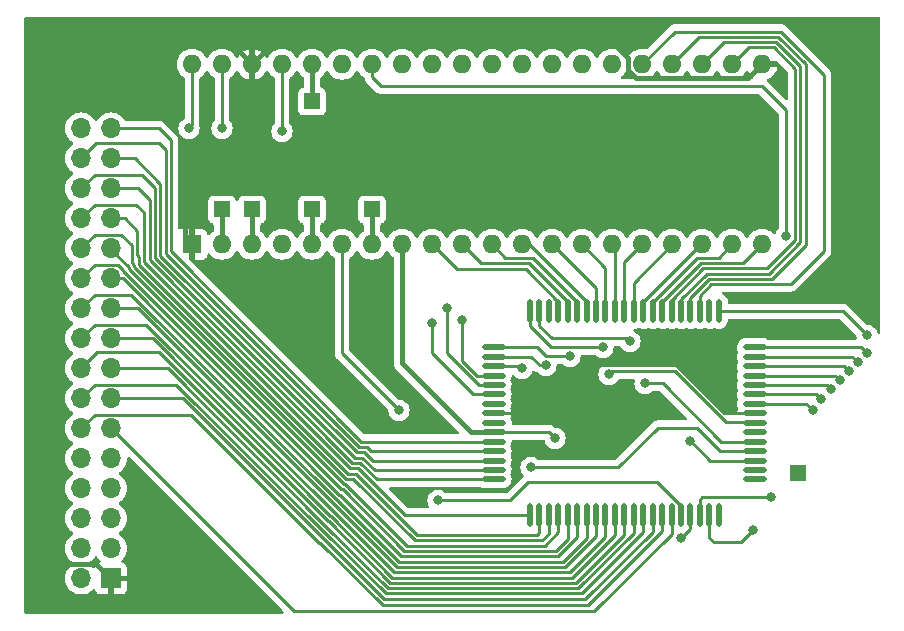
<source format=gbr>
%TF.GenerationSoftware,KiCad,Pcbnew,7.0.9-7.0.9~ubuntu20.04.1*%
%TF.CreationDate,2023-12-28T06:23:10+01:00*%
%TF.ProjectId,M50747_FP,4d353037-3437-45f4-9650-2e6b69636164,rev?*%
%TF.SameCoordinates,Original*%
%TF.FileFunction,Copper,L1,Top*%
%TF.FilePolarity,Positive*%
%FSLAX46Y46*%
G04 Gerber Fmt 4.6, Leading zero omitted, Abs format (unit mm)*
G04 Created by KiCad (PCBNEW 7.0.9-7.0.9~ubuntu20.04.1) date 2023-12-28 06:23:10*
%MOMM*%
%LPD*%
G01*
G04 APERTURE LIST*
%TA.AperFunction,SMDPad,CuDef*%
%ADD10O,0.500000X2.000000*%
%TD*%
%TA.AperFunction,SMDPad,CuDef*%
%ADD11O,2.000000X0.500000*%
%TD*%
%TA.AperFunction,ComponentPad*%
%ADD12R,1.350000X1.350000*%
%TD*%
%TA.AperFunction,ComponentPad*%
%ADD13R,1.600000X1.600000*%
%TD*%
%TA.AperFunction,ComponentPad*%
%ADD14O,1.600000X1.600000*%
%TD*%
%TA.AperFunction,ComponentPad*%
%ADD15R,1.700000X1.700000*%
%TD*%
%TA.AperFunction,ComponentPad*%
%ADD16O,1.700000X1.700000*%
%TD*%
%TA.AperFunction,ViaPad*%
%ADD17C,0.800000*%
%TD*%
%TA.AperFunction,Conductor*%
%ADD18C,0.250000*%
%TD*%
%TA.AperFunction,Conductor*%
%ADD19C,0.400000*%
%TD*%
G04 APERTURE END LIST*
D10*
%TO.P,U1,1,P62*%
%TO.N,/P62*%
X202338000Y-75692000D03*
%TO.P,U1,2,P61*%
%TO.N,/P61*%
X203138000Y-75692000D03*
%TO.P,U1,3,P60*%
%TO.N,/P60*%
X203938000Y-75692000D03*
%TO.P,U1,4,P47*%
%TO.N,/P47*%
X204738000Y-75692000D03*
%TO.P,U1,5,P46*%
%TO.N,/P46*%
X205538000Y-75692000D03*
%TO.P,U1,6,P45*%
%TO.N,/P45*%
X206338000Y-75692000D03*
%TO.P,U1,7,P44*%
%TO.N,/P44*%
X207138000Y-75692000D03*
%TO.P,U1,8,P43*%
%TO.N,/P43*%
X207938000Y-75692000D03*
%TO.P,U1,9,P42*%
%TO.N,/P42*%
X208738000Y-75692000D03*
%TO.P,U1,10,P41*%
%TO.N,/P41*%
X209538000Y-75692000D03*
%TO.P,U1,11,P40*%
%TO.N,/P40*%
X210338000Y-75692000D03*
%TO.P,U1,12,P37/SRDY*%
%TO.N,/P37*%
X211138000Y-75692000D03*
%TO.P,U1,13,P36/CLK*%
%TO.N,/P36*%
X211938000Y-75692000D03*
%TO.P,U1,14,P35/TxD*%
%TO.N,/P35*%
X212738000Y-75692000D03*
%TO.P,U1,15,P34/RxD*%
%TO.N,/P34*%
X213538000Y-75692000D03*
%TO.P,U1,16,P33/CNTR*%
%TO.N,/P33*%
X214338000Y-75692000D03*
%TO.P,U1,17,P32/~{INT2}*%
%TO.N,/~{NMI}*%
X215138000Y-75692000D03*
%TO.P,U1,18,P31/SYNC*%
%TO.N,/SYNC*%
X215938000Y-75692000D03*
%TO.P,U1,19,P30/R/~{W}*%
%TO.N,/R{slash}~{W}*%
X216738000Y-75692000D03*
%TO.P,U1,20,~{INT1}*%
%TO.N,/~{IRQ1}*%
X217538000Y-75692000D03*
%TO.P,U1,21*%
%TO.N,unconnected-(U1-Pad21)*%
X218338000Y-75692000D03*
D11*
%TO.P,U1,22*%
%TO.N,unconnected-(U1-Pad22)*%
X221388000Y-72642000D03*
%TO.P,U1,23*%
%TO.N,unconnected-(U1-Pad23)*%
X221388000Y-71842000D03*
%TO.P,U1,24,CNVSS*%
%TO.N,Net-(JP1-C)*%
X221388000Y-71042000D03*
%TO.P,U1,25,~{RST}*%
%TO.N,/~{RST}*%
X221388000Y-70242000D03*
%TO.P,U1,26,EXTAL/CLK*%
%TO.N,/CPUCLK*%
X221388000Y-69442000D03*
%TO.P,U1,27,XTAL*%
%TO.N,unconnected-(U1-XTAL-Pad27)*%
X221388000Y-68642000D03*
%TO.P,U1,28,PHI*%
%TO.N,/PHI2*%
X221388000Y-67842000D03*
%TO.P,U1,29,GND*%
%TO.N,GND*%
X221388000Y-67042000D03*
%TO.P,U1,30,P57*%
%TO.N,/P57*%
X221388000Y-66242000D03*
%TO.P,U1,31,P56*%
%TO.N,/P56*%
X221388000Y-65442000D03*
%TO.P,U1,32,P55*%
%TO.N,/P55*%
X221388000Y-64642000D03*
%TO.P,U1,33,P54*%
%TO.N,/P54*%
X221388000Y-63842000D03*
%TO.P,U1,34,P53*%
%TO.N,/P53*%
X221388000Y-63042000D03*
%TO.P,U1,35,P52*%
%TO.N,/P52*%
X221388000Y-62242000D03*
%TO.P,U1,36,P51*%
%TO.N,/P51*%
X221388000Y-61442000D03*
D10*
%TO.P,U1,37,P50*%
%TO.N,/P50*%
X218338000Y-58392000D03*
%TO.P,U1,38*%
%TO.N,unconnected-(U1-Pad38)*%
X217538000Y-58392000D03*
%TO.P,U1,39,A15*%
%TO.N,/A15*%
X216738000Y-58392000D03*
%TO.P,U1,40,A14*%
%TO.N,/A14*%
X215938000Y-58392000D03*
%TO.P,U1,41,A13*%
%TO.N,/A13*%
X215138000Y-58392000D03*
%TO.P,U1,42,A12*%
%TO.N,/A12*%
X214338000Y-58392000D03*
%TO.P,U1,43,A11*%
%TO.N,/A11*%
X213538000Y-58392000D03*
%TO.P,U1,44,A10*%
%TO.N,/A10*%
X212738000Y-58392000D03*
%TO.P,U1,45,A9*%
%TO.N,/A9*%
X211938000Y-58392000D03*
%TO.P,U1,46,A8*%
%TO.N,/A8*%
X211138000Y-58392000D03*
%TO.P,U1,47,A7*%
%TO.N,/A7*%
X210338000Y-58392000D03*
%TO.P,U1,48,A6*%
%TO.N,/A6*%
X209538000Y-58392000D03*
%TO.P,U1,49,A5*%
%TO.N,/A5*%
X208738000Y-58392000D03*
%TO.P,U1,50,A4*%
%TO.N,/A4*%
X207938000Y-58392000D03*
%TO.P,U1,51,A3*%
%TO.N,/A3*%
X207138000Y-58392000D03*
%TO.P,U1,52,A2*%
%TO.N,/A2*%
X206338000Y-58392000D03*
%TO.P,U1,53,A1*%
%TO.N,/A1*%
X205538000Y-58392000D03*
%TO.P,U1,54,A0*%
%TO.N,/A0*%
X204738000Y-58392000D03*
%TO.P,U1,55*%
%TO.N,unconnected-(U1-Pad55)*%
X203938000Y-58392000D03*
%TO.P,U1,56,D7*%
%TO.N,/D7*%
X203138000Y-58392000D03*
%TO.P,U1,57,D6*%
%TO.N,/D6*%
X202338000Y-58392000D03*
D11*
%TO.P,U1,58,D5*%
%TO.N,/D5*%
X199288000Y-61442000D03*
%TO.P,U1,59,D4*%
%TO.N,/D4*%
X199288000Y-62242000D03*
%TO.P,U1,60,D3*%
%TO.N,/D3*%
X199288000Y-63042000D03*
%TO.P,U1,61,D2*%
%TO.N,/D2*%
X199288000Y-63842000D03*
%TO.P,U1,62,D1*%
%TO.N,/D1*%
X199288000Y-64642000D03*
%TO.P,U1,63,D0*%
%TO.N,/D0*%
X199288000Y-65442000D03*
%TO.P,U1,64*%
%TO.N,unconnected-(U1-Pad64)*%
X199288000Y-66242000D03*
%TO.P,U1,65,GND*%
%TO.N,GND*%
X199288000Y-67042000D03*
%TO.P,U1,66*%
%TO.N,unconnected-(U1-Pad66)*%
X199288000Y-67842000D03*
%TO.P,U1,67,Vcc*%
%TO.N,+5V*%
X199288000Y-68642000D03*
%TO.P,U1,68,P67*%
%TO.N,/P67*%
X199288000Y-69442000D03*
%TO.P,U1,69,P66*%
%TO.N,/P66*%
X199288000Y-70242000D03*
%TO.P,U1,70,P65*%
%TO.N,/P65*%
X199288000Y-71042000D03*
%TO.P,U1,71,P64*%
%TO.N,/P64*%
X199288000Y-71842000D03*
%TO.P,U1,72,P63*%
%TO.N,/P63*%
X199288000Y-72642000D03*
%TD*%
D12*
%TO.P,J4,1,Pin_1*%
%TO.N,Net-(J4-Pin_1)*%
X183896000Y-40640000D03*
%TD*%
D13*
%TO.P,U3,1,VSS*%
%TO.N,GND*%
X173736000Y-52730400D03*
D14*
%TO.P,U3,2,~{HALT}*%
%TO.N,/~{HALT}*%
X176276000Y-52730400D03*
%TO.P,U3,3,MR*%
%TO.N,Net-(J3-Pin_1)*%
X178816000Y-52730400D03*
%TO.P,U3,4,~{IRQ}*%
%TO.N,/~{IRQ1}*%
X181356000Y-52730400D03*
%TO.P,U3,5,VMA*%
%TO.N,Net-(J6-Pin_1)*%
X183896000Y-52730400D03*
%TO.P,U3,6,~{NMI}*%
%TO.N,/~{NMI}*%
X186436000Y-52730400D03*
%TO.P,U3,7,BA*%
%TO.N,/BA*%
X188976000Y-52730400D03*
%TO.P,U3,8,VCC*%
%TO.N,+5V*%
X191516000Y-52730400D03*
%TO.P,U3,9,A0*%
%TO.N,/A0*%
X194056000Y-52730400D03*
%TO.P,U3,10,A1*%
%TO.N,/A1*%
X196596000Y-52730400D03*
%TO.P,U3,11,A2*%
%TO.N,/A2*%
X199136000Y-52730400D03*
%TO.P,U3,12,A3*%
%TO.N,/A3*%
X201676000Y-52730400D03*
%TO.P,U3,13,A4*%
%TO.N,/A4*%
X204216000Y-52730400D03*
%TO.P,U3,14,A5*%
%TO.N,/A5*%
X206756000Y-52730400D03*
%TO.P,U3,15,A6*%
%TO.N,/A6*%
X209296000Y-52730400D03*
%TO.P,U3,16,A7*%
%TO.N,/A7*%
X211836000Y-52730400D03*
%TO.P,U3,17,A8*%
%TO.N,/A8*%
X214376000Y-52730400D03*
%TO.P,U3,18,A9*%
%TO.N,/A9*%
X216916000Y-52730400D03*
%TO.P,U3,19,A10*%
%TO.N,/A10*%
X219456000Y-52730400D03*
%TO.P,U3,20,A11*%
%TO.N,/A11*%
X221996000Y-52730400D03*
%TO.P,U3,21,VSS*%
%TO.N,GND*%
X221996000Y-37490400D03*
%TO.P,U3,22,A12*%
%TO.N,/A12*%
X219456000Y-37490400D03*
%TO.P,U3,23,A13*%
%TO.N,/A13*%
X216916000Y-37490400D03*
%TO.P,U3,24,A14*%
%TO.N,/A14*%
X214376000Y-37490400D03*
%TO.P,U3,25,A15*%
%TO.N,/A15*%
X211836000Y-37490400D03*
%TO.P,U3,26,D7*%
%TO.N,/D7*%
X209296000Y-37490400D03*
%TO.P,U3,27,D6*%
%TO.N,/D6*%
X206756000Y-37490400D03*
%TO.P,U3,28,D5*%
%TO.N,/D5*%
X204216000Y-37490400D03*
%TO.P,U3,29,D4*%
%TO.N,/D4*%
X201676000Y-37490400D03*
%TO.P,U3,30,D3*%
%TO.N,/D3*%
X199136000Y-37490400D03*
%TO.P,U3,31,D2*%
%TO.N,/D2*%
X196596000Y-37490400D03*
%TO.P,U3,32,D1*%
%TO.N,/D1*%
X194056000Y-37490400D03*
%TO.P,U3,33,D0*%
%TO.N,/D0*%
X191516000Y-37490400D03*
%TO.P,U3,34,R/~{W}*%
%TO.N,/R{slash}~{W}*%
X188976000Y-37490400D03*
%TO.P,U3,35,VCC_STANDBY*%
%TO.N,+5C*%
X186436000Y-37490400D03*
%TO.P,U3,36,RE*%
%TO.N,Net-(J4-Pin_1)*%
X183896000Y-37490400D03*
%TO.P,U3,37,E*%
%TO.N,/PHI2*%
X181356000Y-37490400D03*
%TO.P,U3,38,XTAL*%
%TO.N,GND*%
X178816000Y-37490400D03*
%TO.P,U3,39,EXTAL*%
%TO.N,/CPUCLK*%
X176276000Y-37490400D03*
%TO.P,U3,40,~{RESET}*%
%TO.N,/~{RST}*%
X173736000Y-37490400D03*
%TD*%
D15*
%TO.P,J1,1,Pin_1*%
%TO.N,GND*%
X166878000Y-81026000D03*
D16*
%TO.P,J1,2,Pin_2*%
%TO.N,/P50*%
X164338000Y-81026000D03*
%TO.P,J1,3,Pin_3*%
%TO.N,/P51*%
X166878000Y-78486000D03*
%TO.P,J1,4,Pin_4*%
%TO.N,/P52*%
X164338000Y-78486000D03*
%TO.P,J1,5,Pin_5*%
%TO.N,/P53*%
X166878000Y-75946000D03*
%TO.P,J1,6,Pin_6*%
%TO.N,/P54*%
X164338000Y-75946000D03*
%TO.P,J1,7,Pin_7*%
%TO.N,/P55*%
X166878000Y-73406000D03*
%TO.P,J1,8,Pin_8*%
%TO.N,/P56*%
X164338000Y-73406000D03*
%TO.P,J1,9,Pin_9*%
%TO.N,/P57*%
X166878000Y-70866000D03*
%TO.P,J1,10,Pin_10*%
%TO.N,/SYNC*%
X164338000Y-70866000D03*
%TO.P,J1,11,Pin_11*%
%TO.N,/P33*%
X166878000Y-68326000D03*
%TO.P,J1,12,Pin_12*%
%TO.N,/P34*%
X164338000Y-68326000D03*
%TO.P,J1,13,Pin_13*%
%TO.N,/P35*%
X166878000Y-65786000D03*
%TO.P,J1,14,Pin_14*%
%TO.N,/P36*%
X164338000Y-65786000D03*
%TO.P,J1,15,Pin_15*%
%TO.N,/P37*%
X166878000Y-63246000D03*
%TO.P,J1,16,Pin_16*%
%TO.N,/P40*%
X164338000Y-63246000D03*
%TO.P,J1,17,Pin_17*%
%TO.N,/P41*%
X166878000Y-60706000D03*
%TO.P,J1,18,Pin_18*%
%TO.N,/P42*%
X164338000Y-60706000D03*
%TO.P,J1,19,Pin_19*%
%TO.N,/P43*%
X166878000Y-58166000D03*
%TO.P,J1,20,Pin_20*%
%TO.N,/P44*%
X164338000Y-58166000D03*
%TO.P,J1,21,Pin_21*%
%TO.N,/P45*%
X166878000Y-55626000D03*
%TO.P,J1,22,Pin_22*%
%TO.N,/P46*%
X164338000Y-55626000D03*
%TO.P,J1,23,Pin_23*%
%TO.N,/P47*%
X166878000Y-53086000D03*
%TO.P,J1,24,Pin_24*%
%TO.N,/P60*%
X164338000Y-53086000D03*
%TO.P,J1,25,Pin_25*%
%TO.N,/P61*%
X166878000Y-50546000D03*
%TO.P,J1,26,Pin_26*%
%TO.N,/P62*%
X164338000Y-50546000D03*
%TO.P,J1,27,Pin_27*%
%TO.N,/P63*%
X166878000Y-48006000D03*
%TO.P,J1,28,Pin_28*%
%TO.N,/P64*%
X164338000Y-48006000D03*
%TO.P,J1,29,Pin_29*%
%TO.N,/P65*%
X166878000Y-45466000D03*
%TO.P,J1,30,Pin_30*%
%TO.N,/P66*%
X164338000Y-45466000D03*
%TO.P,J1,31,Pin_31*%
%TO.N,/P67*%
X166878000Y-42926000D03*
%TO.P,J1,32,Pin_32*%
%TO.N,+5V*%
X164338000Y-42926000D03*
%TD*%
D12*
%TO.P,J7,1,Pin_1*%
%TO.N,/BA*%
X188976000Y-49784000D03*
%TD*%
%TO.P,J6,1,Pin_1*%
%TO.N,Net-(J6-Pin_1)*%
X183896000Y-49784000D03*
%TD*%
%TO.P,J2,1,Pin_1*%
%TO.N,Net-(J2-Pin_1)*%
X225044000Y-72136000D03*
%TD*%
%TO.P,J8,1,Pin_1*%
%TO.N,/~{HALT}*%
X176276000Y-49784000D03*
%TD*%
%TO.P,J3,1,Pin_1*%
%TO.N,Net-(J3-Pin_1)*%
X178816000Y-49784000D03*
%TD*%
D17*
%TO.N,/PHI2*%
X181356000Y-43180000D03*
X209042000Y-63754000D03*
%TO.N,/CPUCLK*%
X212090000Y-64516000D03*
X176276000Y-42926000D03*
%TO.N,/~{RST}*%
X202438000Y-71628000D03*
X173482000Y-42926000D03*
%TO.N,/~{IRQ1}*%
X221234000Y-76962000D03*
%TO.N,/R{slash}~{W}*%
X224028000Y-52070000D03*
X222758000Y-74167980D03*
%TO.N,/P50*%
X230886000Y-60452000D03*
%TO.N,/P51*%
X230886000Y-61976000D03*
%TO.N,/P52*%
X230124000Y-62738000D03*
%TO.N,/P53*%
X229362000Y-63500000D03*
%TO.N,/P54*%
X228600000Y-64262000D03*
%TO.N,/P55*%
X227838000Y-65024000D03*
%TO.N,/P56*%
X226964342Y-65860431D03*
%TO.N,/P57*%
X226314000Y-66802000D03*
%TO.N,/SYNC*%
X215138000Y-77631000D03*
%TO.N,/~{NMI}*%
X191262000Y-66802000D03*
X194564000Y-74422000D03*
%TO.N,/D0*%
X194056000Y-59436000D03*
%TO.N,/D1*%
X195326000Y-58166000D03*
%TO.N,/D2*%
X196596000Y-59182000D03*
%TO.N,/D3*%
X201676000Y-63246000D03*
%TO.N,/D4*%
X203708000Y-62992000D03*
%TO.N,/D5*%
X205740000Y-62230000D03*
%TO.N,/D6*%
X208534000Y-61468000D03*
%TO.N,/D7*%
X210820000Y-60960000D03*
%TO.N,Net-(JP1-C)*%
X215899998Y-69403500D03*
%TO.N,+5V*%
X204470000Y-69165000D03*
%TO.N,GND*%
X204470000Y-66040000D03*
%TD*%
D18*
%TO.N,/PHI2*%
X218948000Y-67818000D02*
X214630000Y-63500000D01*
X214630000Y-63500000D02*
X209296000Y-63500000D01*
X209296000Y-63500000D02*
X209042000Y-63754000D01*
%TO.N,GND*%
X214745396Y-62979000D02*
X207531000Y-62979000D01*
X221388000Y-67042000D02*
X218808396Y-67042000D01*
X207531000Y-62979000D02*
X204470000Y-66040000D01*
%TO.N,/PHI2*%
X221364000Y-67818000D02*
X218948000Y-67818000D01*
X221388000Y-67842000D02*
X221364000Y-67818000D01*
%TO.N,GND*%
X218808396Y-67042000D02*
X214745396Y-62979000D01*
%TO.N,/PHI2*%
X181356000Y-43180000D02*
X181356000Y-37490400D01*
%TO.N,/CPUCLK*%
X212090000Y-64516000D02*
X213614000Y-64516000D01*
X213614000Y-64516000D02*
X218540000Y-69442000D01*
X218540000Y-69442000D02*
X221388000Y-69442000D01*
%TO.N,/~{RST}*%
X209804000Y-71628000D02*
X202438000Y-71628000D01*
X216475604Y-68268000D02*
X213164000Y-68268000D01*
X218449604Y-70242000D02*
X216475604Y-68268000D01*
X213164000Y-68268000D02*
X209804000Y-71628000D01*
X221388000Y-70242000D02*
X218449604Y-70242000D01*
%TO.N,Net-(JP1-C)*%
X221388000Y-71042000D02*
X217600000Y-71042000D01*
X217600000Y-71042000D02*
X215900000Y-69342000D01*
%TO.N,/CPUCLK*%
X176276000Y-37490400D02*
X176276000Y-42926000D01*
%TO.N,/P60*%
X164338000Y-53086000D02*
X165513000Y-51911000D01*
X165513000Y-51911000D02*
X167735000Y-51911000D01*
X167735000Y-51911000D02*
X168656000Y-52832000D01*
X168656000Y-52832000D02*
X168656000Y-54355172D01*
X168656000Y-54355172D02*
X168808000Y-54507172D01*
X168808000Y-54644772D02*
X186755228Y-72592000D01*
X168808000Y-54507172D02*
X168808000Y-54644772D01*
X203938000Y-77240000D02*
X203938000Y-75692000D01*
X186755228Y-72592000D02*
X187402792Y-72592000D01*
X187402792Y-72592000D02*
X192606792Y-77796000D01*
X192606792Y-77796000D02*
X203382000Y-77796000D01*
X203382000Y-77796000D02*
X203938000Y-77240000D01*
%TO.N,/P61*%
X187589188Y-72142000D02*
X186941624Y-72142000D01*
%TO.N,/P63*%
X187314416Y-71242000D02*
X170158000Y-54085584D01*
%TO.N,/P62*%
X164338000Y-50546000D02*
X165513000Y-49371000D01*
%TO.N,/P66*%
X188871168Y-70242000D02*
X199288000Y-70242000D01*
X187873604Y-69892000D02*
X188521168Y-69892000D01*
%TO.N,/P62*%
X169005000Y-49371000D02*
X169672000Y-50038000D01*
%TO.N,/P66*%
X188521168Y-69892000D02*
X188871168Y-70242000D01*
%TO.N,/P65*%
X171058000Y-53712792D02*
X171058000Y-47614000D01*
%TO.N,/P61*%
X186941624Y-72142000D02*
X169258000Y-54458376D01*
%TO.N,/P65*%
X188334772Y-70342000D02*
X187687208Y-70342000D01*
%TO.N,/P47*%
X204738000Y-77108198D02*
X203600198Y-78246000D01*
%TO.N,/P64*%
X165513000Y-46831000D02*
X169513000Y-46831000D01*
%TO.N,/P47*%
X186706432Y-73042000D02*
X186568832Y-73042000D01*
%TO.N,/P64*%
X170608000Y-47926000D02*
X170608000Y-53899188D01*
%TO.N,/P47*%
X203600198Y-78246000D02*
X191910432Y-78246000D01*
%TO.N,/P65*%
X187687208Y-70342000D02*
X171058000Y-53712792D01*
%TO.N,/P64*%
X188148376Y-70792000D02*
X189198376Y-71842000D01*
X170608000Y-53899188D02*
X187500812Y-70792000D01*
%TO.N,/P66*%
X164338000Y-45466000D02*
X165608000Y-44196000D01*
%TO.N,/P63*%
X170158000Y-54085584D02*
X170158000Y-49000000D01*
%TO.N,/P66*%
X165608000Y-44196000D02*
X170942000Y-44196000D01*
%TO.N,/P67*%
X199288000Y-69442000D02*
X188060000Y-69442000D01*
%TO.N,/P63*%
X170158000Y-49000000D02*
X169164000Y-48006000D01*
%TO.N,/P65*%
X168910000Y-45466000D02*
X166878000Y-45466000D01*
%TO.N,/P67*%
X170942000Y-42926000D02*
X166878000Y-42926000D01*
%TO.N,/P47*%
X191910432Y-78246000D02*
X186706432Y-73042000D01*
%TO.N,/P64*%
X169513000Y-46831000D02*
X170608000Y-47926000D01*
%TO.N,/P61*%
X203138000Y-75692000D02*
X203138000Y-77149604D01*
%TO.N,/P47*%
X166878000Y-53213568D02*
X166878000Y-53086000D01*
%TO.N,/P46*%
X164338000Y-55626000D02*
X165513000Y-54451000D01*
X165513000Y-54451000D02*
X167479036Y-54451000D01*
%TO.N,/P47*%
X204738000Y-75692000D02*
X204738000Y-77108198D01*
X168358000Y-54831168D02*
X168358000Y-54693568D01*
%TO.N,/P61*%
X202941604Y-77346000D02*
X192793188Y-77346000D01*
%TO.N,/P46*%
X167908000Y-54879964D02*
X167908000Y-55017564D01*
X167908000Y-55017564D02*
X186382436Y-73492000D01*
X191724036Y-78696000D02*
X204514000Y-78696000D01*
%TO.N,/P61*%
X169106000Y-53658812D02*
X169106000Y-51571919D01*
X192793188Y-77346000D02*
X187589188Y-72142000D01*
X168080081Y-50546000D02*
X166878000Y-50546000D01*
%TO.N,/P46*%
X186382436Y-73492000D02*
X186520036Y-73492000D01*
X167479036Y-54451000D02*
X167908000Y-54879964D01*
X204514000Y-78696000D02*
X205538000Y-77672000D01*
X205538000Y-77672000D02*
X205538000Y-75692000D01*
%TO.N,/P62*%
X165513000Y-49371000D02*
X169005000Y-49371000D01*
%TO.N,/P63*%
X189361980Y-72642000D02*
X187961980Y-71242000D01*
%TO.N,/P61*%
X203138000Y-77149604D02*
X202941604Y-77346000D01*
%TO.N,/P47*%
X168358000Y-54693568D02*
X166878000Y-53213568D01*
%TO.N,/P62*%
X187775584Y-71692000D02*
X191775584Y-75692000D01*
%TO.N,/P67*%
X171958000Y-53340000D02*
X171958000Y-43942000D01*
%TO.N,/P61*%
X169106000Y-51571919D02*
X168080081Y-50546000D01*
X169258000Y-54458376D02*
X169258000Y-53810812D01*
%TO.N,/P63*%
X199288000Y-72642000D02*
X189361980Y-72642000D01*
%TO.N,/P61*%
X169258000Y-53810812D02*
X169106000Y-53658812D01*
%TO.N,/P64*%
X189198376Y-71842000D02*
X199288000Y-71842000D01*
%TO.N,/P62*%
X191775584Y-75692000D02*
X202338000Y-75692000D01*
X169672000Y-50038000D02*
X169672000Y-53588416D01*
%TO.N,/P65*%
X199288000Y-71042000D02*
X189034772Y-71042000D01*
%TO.N,/P66*%
X171508000Y-53526396D02*
X187873604Y-69892000D01*
%TO.N,/P64*%
X187500812Y-70792000D02*
X188148376Y-70792000D01*
%TO.N,/P66*%
X171508000Y-44762000D02*
X171508000Y-53526396D01*
%TO.N,/P62*%
X187128020Y-71692000D02*
X187775584Y-71692000D01*
%TO.N,/P64*%
X164338000Y-48006000D02*
X165513000Y-46831000D01*
%TO.N,/P46*%
X186520036Y-73492000D02*
X191724036Y-78696000D01*
%TO.N,/P63*%
X187961980Y-71242000D02*
X187314416Y-71242000D01*
%TO.N,/P47*%
X186568832Y-73042000D02*
X168358000Y-54831168D01*
%TO.N,/P65*%
X171058000Y-47614000D02*
X168910000Y-45466000D01*
%TO.N,/P62*%
X169708000Y-53624416D02*
X169708000Y-54271980D01*
%TO.N,/P65*%
X189034772Y-71042000D02*
X188334772Y-70342000D01*
%TO.N,/P63*%
X169164000Y-48006000D02*
X166878000Y-48006000D01*
%TO.N,/P66*%
X170942000Y-44196000D02*
X171508000Y-44762000D01*
%TO.N,/P62*%
X169672000Y-53588416D02*
X169708000Y-53624416D01*
X169708000Y-54271980D02*
X187128020Y-71692000D01*
%TO.N,/P67*%
X188060000Y-69442000D02*
X171958000Y-53340000D01*
X171958000Y-43942000D02*
X170942000Y-42926000D01*
%TO.N,/P41*%
X166878000Y-60706000D02*
X170414456Y-60706000D01*
%TO.N,/P40*%
X210338000Y-77318396D02*
X210338000Y-75692000D01*
%TO.N,/P41*%
X190682376Y-80946000D02*
X205948396Y-80946000D01*
%TO.N,/P34*%
X207264000Y-83312000D02*
X189866396Y-83312000D01*
%TO.N,/P44*%
X165513000Y-56991000D02*
X168608644Y-56991000D01*
%TO.N,/P36*%
X184919188Y-77092000D02*
X190123188Y-82296000D01*
%TO.N,/P45*%
X206338000Y-77508396D02*
X206338000Y-75692000D01*
%TO.N,/P40*%
X190495980Y-81396000D02*
X206260396Y-81396000D01*
%TO.N,/P44*%
X164338000Y-58166000D02*
X165513000Y-56991000D01*
%TO.N,/P35*%
X184732792Y-77542000D02*
X189994792Y-82804000D01*
%TO.N,/P42*%
X205762000Y-80496000D02*
X208738000Y-77520000D01*
%TO.N,/P40*%
X206260396Y-81396000D02*
X210338000Y-77318396D01*
%TO.N,/P33*%
X214338000Y-77254000D02*
X214338000Y-75692000D01*
%TO.N,/P42*%
X165513000Y-59531000D02*
X169875852Y-59531000D01*
%TO.N,/P43*%
X207938000Y-77432396D02*
X207938000Y-75692000D01*
%TO.N,/P42*%
X185664772Y-75292000D02*
X190868772Y-80496000D01*
%TO.N,/P34*%
X173677476Y-67151000D02*
X165513000Y-67151000D01*
%TO.N,/P42*%
X190868772Y-80496000D02*
X205762000Y-80496000D01*
%TO.N,/P41*%
X205948396Y-80946000D02*
X209538000Y-77356396D01*
X209538000Y-77356396D02*
X209538000Y-75692000D01*
%TO.N,/P37*%
X211138000Y-75692000D02*
X211138000Y-77154792D01*
%TO.N,/P33*%
X166878000Y-68326000D02*
X182372000Y-83820000D01*
%TO.N,/P43*%
X169147248Y-58166000D02*
X185823248Y-74842000D01*
%TO.N,/P34*%
X184546396Y-77992000D02*
X184518476Y-77992000D01*
%TO.N,/P35*%
X172948872Y-65786000D02*
X184704872Y-77542000D01*
%TO.N,/P44*%
X186009644Y-74392000D02*
X186037564Y-74392000D01*
%TO.N,/P42*%
X164338000Y-60706000D02*
X165513000Y-59531000D01*
%TO.N,/P40*%
X185264060Y-76192000D02*
X185291980Y-76192000D01*
%TO.N,/P41*%
X170414456Y-60706000D02*
X185450456Y-75742000D01*
%TO.N,/P44*%
X191241564Y-79596000D02*
X205138000Y-79596000D01*
%TO.N,/P37*%
X171681664Y-63246000D02*
X166878000Y-63246000D01*
%TO.N,/P34*%
X213538000Y-75692000D02*
X213538000Y-77038000D01*
%TO.N,/P36*%
X206756000Y-82296000D02*
X211938000Y-77114000D01*
%TO.N,/P44*%
X186037564Y-74392000D02*
X191241564Y-79596000D01*
%TO.N,/P35*%
X207010000Y-82804000D02*
X212738000Y-77076000D01*
%TO.N,/P40*%
X170953060Y-61881000D02*
X185264060Y-76192000D01*
%TO.N,/P36*%
X172410268Y-64611000D02*
X184891268Y-77092000D01*
%TO.N,/P34*%
X184518476Y-77992000D02*
X173677476Y-67151000D01*
%TO.N,/P36*%
X165513000Y-64611000D02*
X172410268Y-64611000D01*
%TO.N,/P35*%
X189994792Y-82804000D02*
X207010000Y-82804000D01*
%TO.N,/P42*%
X185636852Y-75292000D02*
X185664772Y-75292000D01*
%TO.N,/P40*%
X165703000Y-61881000D02*
X170953060Y-61881000D01*
%TO.N,/P33*%
X207772000Y-83820000D02*
X214338000Y-77254000D01*
%TO.N,/P44*%
X205138000Y-79596000D02*
X207138000Y-77596000D01*
%TO.N,/P41*%
X185450456Y-75742000D02*
X185478376Y-75742000D01*
%TO.N,/P45*%
X186223960Y-73942000D02*
X191427960Y-79146000D01*
%TO.N,/P37*%
X185105584Y-76642000D02*
X185077664Y-76642000D01*
%TO.N,/P36*%
X164338000Y-65786000D02*
X165513000Y-64611000D01*
%TO.N,/P44*%
X207138000Y-77596000D02*
X207138000Y-75692000D01*
%TO.N,/P45*%
X167880040Y-55626000D02*
X186196040Y-73942000D01*
%TO.N,/P35*%
X212738000Y-77076000D02*
X212738000Y-75692000D01*
%TO.N,/P37*%
X185077664Y-76642000D02*
X171681664Y-63246000D01*
%TO.N,/P43*%
X205324396Y-80046000D02*
X207938000Y-77432396D01*
X191055168Y-80046000D02*
X205324396Y-80046000D01*
%TO.N,/P45*%
X204700396Y-79146000D02*
X206338000Y-77508396D01*
%TO.N,/P42*%
X169875852Y-59531000D02*
X185636852Y-75292000D01*
%TO.N,/P43*%
X185851168Y-74842000D02*
X191055168Y-80046000D01*
%TO.N,/P40*%
X164338000Y-63246000D02*
X165703000Y-61881000D01*
%TO.N,/P45*%
X166878000Y-55626000D02*
X167880040Y-55626000D01*
%TO.N,/P37*%
X190309584Y-81846000D02*
X185105584Y-76642000D01*
%TO.N,/P44*%
X168608644Y-56991000D02*
X186009644Y-74392000D01*
%TO.N,/P45*%
X191427960Y-79146000D02*
X204700396Y-79146000D01*
%TO.N,/P34*%
X213538000Y-77038000D02*
X207264000Y-83312000D01*
X165513000Y-67151000D02*
X164338000Y-68326000D01*
%TO.N,/P36*%
X184891268Y-77092000D02*
X184919188Y-77092000D01*
X211938000Y-77114000D02*
X211938000Y-75692000D01*
%TO.N,/P33*%
X182372000Y-83820000D02*
X207772000Y-83820000D01*
%TO.N,/P35*%
X166878000Y-65786000D02*
X172948872Y-65786000D01*
%TO.N,/P37*%
X211138000Y-77154792D02*
X206446792Y-81846000D01*
%TO.N,/P36*%
X190123188Y-82296000D02*
X206756000Y-82296000D01*
%TO.N,/P37*%
X206446792Y-81846000D02*
X190309584Y-81846000D01*
%TO.N,/P42*%
X208738000Y-77520000D02*
X208738000Y-75692000D01*
%TO.N,/P41*%
X185478376Y-75742000D02*
X190682376Y-80946000D01*
%TO.N,/P34*%
X189866396Y-83312000D02*
X184546396Y-77992000D01*
%TO.N,/P40*%
X185291980Y-76192000D02*
X190495980Y-81396000D01*
%TO.N,/P35*%
X184704872Y-77542000D02*
X184732792Y-77542000D01*
%TO.N,/P43*%
X185823248Y-74842000D02*
X185851168Y-74842000D01*
X166878000Y-58166000D02*
X169147248Y-58166000D01*
%TO.N,/P45*%
X186196040Y-73942000D02*
X186223960Y-73942000D01*
D19*
%TO.N,GND*%
X178816000Y-37490400D02*
X178816000Y-42672000D01*
X178816000Y-42672000D02*
X173136000Y-48352000D01*
X173136000Y-48352000D02*
X173136000Y-52130400D01*
D18*
%TO.N,/~{RST}*%
X173482000Y-42926000D02*
X173736000Y-42672000D01*
X173736000Y-42672000D02*
X173736000Y-37490400D01*
%TO.N,/~{IRQ1}*%
X217932000Y-77978000D02*
X220218000Y-77978000D01*
X220218000Y-77978000D02*
X221234000Y-76962000D01*
X217538000Y-75692000D02*
X217538000Y-77584000D01*
X217538000Y-77584000D02*
X217932000Y-77978000D01*
%TO.N,/R{slash}~{W}*%
X216738000Y-75692000D02*
X216738000Y-74346000D01*
X216916020Y-74167980D02*
X222758000Y-74167980D01*
X216738000Y-74346000D02*
X216916020Y-74167980D01*
X221996000Y-39370000D02*
X224028000Y-41402000D01*
X188976000Y-38608000D02*
X189738000Y-39370000D01*
X188976000Y-37490400D02*
X188976000Y-38608000D01*
X224028000Y-41402000D02*
X224028000Y-52070000D01*
X189738000Y-39370000D02*
X221996000Y-39370000D01*
%TO.N,/P50*%
X218338000Y-58392000D02*
X228826000Y-58392000D01*
X228826000Y-58392000D02*
X230886000Y-60452000D01*
%TO.N,/P51*%
X230886000Y-61976000D02*
X230352000Y-61442000D01*
X230352000Y-61442000D02*
X221388000Y-61442000D01*
%TO.N,/P52*%
X229628000Y-62242000D02*
X230124000Y-62738000D01*
X221388000Y-62242000D02*
X229628000Y-62242000D01*
%TO.N,/P53*%
X228904000Y-63042000D02*
X229362000Y-63500000D01*
X221388000Y-63042000D02*
X228904000Y-63042000D01*
%TO.N,/P54*%
X221388000Y-63842000D02*
X228180000Y-63842000D01*
X228180000Y-63842000D02*
X228600000Y-64262000D01*
%TO.N,/P55*%
X221388000Y-64642000D02*
X227456000Y-64642000D01*
X227456000Y-64642000D02*
X227838000Y-65024000D01*
%TO.N,/P56*%
X226545911Y-65442000D02*
X226964342Y-65860431D01*
X221388000Y-65442000D02*
X226545911Y-65442000D01*
%TO.N,/P57*%
X221388000Y-66242000D02*
X225754000Y-66242000D01*
X225754000Y-66242000D02*
X226314000Y-66802000D01*
%TO.N,/SYNC*%
X215938000Y-75692000D02*
X215938000Y-76831000D01*
X215938000Y-76831000D02*
X215138000Y-77631000D01*
%TO.N,/~{NMI}*%
X200660000Y-74422000D02*
X194564000Y-74422000D01*
X213107173Y-72898000D02*
X202184000Y-72898000D01*
X202184000Y-72898000D02*
X200660000Y-74422000D01*
D19*
%TO.N,+5V*%
X191516000Y-62805918D02*
X197352082Y-68642000D01*
D18*
%TO.N,/~{NMI}*%
X215138000Y-75692000D02*
X215138000Y-74928827D01*
X215138000Y-74928827D02*
X213107173Y-72898000D01*
D19*
%TO.N,+5V*%
X197352082Y-68642000D02*
X199288000Y-68642000D01*
X191516000Y-52730400D02*
X191516000Y-62805918D01*
D18*
%TO.N,/~{NMI}*%
X191262000Y-66802000D02*
X186436000Y-61976000D01*
X186436000Y-61976000D02*
X186436000Y-52730400D01*
D19*
%TO.N,GND*%
X178816000Y-37490400D02*
X180492400Y-35814000D01*
X180492400Y-35814000D02*
X209456657Y-35814000D01*
X209456657Y-35814000D02*
X210636000Y-36993343D01*
X210636000Y-36993343D02*
X210636000Y-37987457D01*
X210636000Y-37987457D02*
X211338943Y-38690400D01*
X211338943Y-38690400D02*
X220796000Y-38690400D01*
X220796000Y-38690400D02*
X221996000Y-37490400D01*
%TO.N,/BA*%
X188976000Y-52730400D02*
X188976000Y-49784000D01*
%TO.N,/~{HALT}*%
X176276000Y-52730400D02*
X176276000Y-49784000D01*
%TO.N,Net-(J3-Pin_1)*%
X178816000Y-52730400D02*
X178816000Y-49784000D01*
%TO.N,Net-(J6-Pin_1)*%
X183896000Y-52730400D02*
X183896000Y-49784000D01*
D18*
%TO.N,/A13*%
X223198396Y-35618000D02*
X218788400Y-35618000D01*
X217333808Y-55205400D02*
X222625012Y-55205400D01*
X225253000Y-37672604D02*
X223198396Y-35618000D01*
%TO.N,/A12*%
X214338000Y-57442000D02*
X214338000Y-58392000D01*
%TO.N,/A13*%
X218788400Y-35618000D02*
X216916000Y-37490400D01*
%TO.N,/A12*%
X224803000Y-37859000D02*
X224803000Y-52391016D01*
%TO.N,/A14*%
X216698400Y-35168000D02*
X223384792Y-35168000D01*
%TO.N,/A12*%
X224803000Y-52391016D02*
X222438616Y-54755400D01*
%TO.N,/A14*%
X225703000Y-37486208D02*
X225703000Y-52763808D01*
%TO.N,/A13*%
X222625012Y-55205400D02*
X225253000Y-52577412D01*
%TO.N,/A14*%
X223384792Y-35168000D02*
X225703000Y-37486208D01*
%TO.N,/A12*%
X217024600Y-54755400D02*
X214338000Y-57442000D01*
%TO.N,/A13*%
X225253000Y-52577412D02*
X225253000Y-37672604D01*
%TO.N,/A14*%
X222811408Y-55655400D02*
X217520204Y-55655400D01*
%TO.N,/A12*%
X219456000Y-37490400D02*
X220878400Y-36068000D01*
%TO.N,/A14*%
X215938000Y-57237604D02*
X215938000Y-58392000D01*
X225703000Y-52763808D02*
X222811408Y-55655400D01*
X217520204Y-55655400D02*
X215938000Y-57237604D01*
%TO.N,/A12*%
X223012000Y-36068000D02*
X224803000Y-37859000D01*
X222438616Y-54755400D02*
X217024600Y-54755400D01*
X220878400Y-36068000D02*
X223012000Y-36068000D01*
%TO.N,/A13*%
X215138000Y-58392000D02*
X215138000Y-57401208D01*
X215138000Y-57401208D02*
X217333808Y-55205400D01*
%TO.N,/A14*%
X214376000Y-37490400D02*
X216698400Y-35168000D01*
%TO.N,/D0*%
X199288000Y-65442000D02*
X197522000Y-65442000D01*
X197522000Y-65442000D02*
X194056000Y-61976000D01*
X194056000Y-61976000D02*
X194056000Y-59436000D01*
%TO.N,/D2*%
X197828396Y-63842000D02*
X196596000Y-62609604D01*
%TO.N,/D1*%
X197992000Y-64642000D02*
X195326000Y-61976000D01*
%TO.N,/D2*%
X199288000Y-63842000D02*
X197828396Y-63842000D01*
X196596000Y-62609604D02*
X196596000Y-59182000D01*
%TO.N,/D1*%
X199288000Y-64642000D02*
X197992000Y-64642000D01*
X195326000Y-61976000D02*
X195326000Y-58166000D01*
%TO.N,/D3*%
X199288000Y-63042000D02*
X201472000Y-63042000D01*
X201472000Y-63042000D02*
X201676000Y-63246000D01*
%TO.N,/D4*%
X199288000Y-62242000D02*
X202450000Y-62242000D01*
X202450000Y-62242000D02*
X203200000Y-62992000D01*
X203200000Y-62992000D02*
X203708000Y-62992000D01*
%TO.N,/D5*%
X199288000Y-61442000D02*
X202920000Y-61442000D01*
X202920000Y-61442000D02*
X203708000Y-62230000D01*
X203708000Y-62230000D02*
X205740000Y-62230000D01*
%TO.N,/D7*%
X210566000Y-60706000D02*
X210820000Y-60960000D01*
X204202000Y-60706000D02*
X210566000Y-60706000D01*
X203138000Y-59642000D02*
X204202000Y-60706000D01*
X203138000Y-58392000D02*
X203138000Y-59642000D01*
%TO.N,/D6*%
X202338000Y-58392000D02*
X202338000Y-59642000D01*
X202338000Y-59642000D02*
X204164000Y-61468000D01*
X204164000Y-61468000D02*
X208534000Y-61468000D01*
%TO.N,/A15*%
X216738000Y-58392000D02*
X216738000Y-57074000D01*
X223571188Y-34718000D02*
X214608400Y-34718000D01*
X217706600Y-56105400D02*
X224438996Y-56105400D01*
X214608400Y-34718000D02*
X211836000Y-37490400D01*
X216738000Y-57074000D02*
X217706600Y-56105400D01*
X224438996Y-56105400D02*
X227214000Y-53330396D01*
X227214000Y-53330396D02*
X227214000Y-38360812D01*
X227214000Y-38360812D02*
X223571188Y-34718000D01*
%TO.N,/A11*%
X216838204Y-54305400D02*
X220421000Y-54305400D01*
X213538000Y-57605604D02*
X216838204Y-54305400D01*
X213538000Y-58392000D02*
X213538000Y-57605604D01*
X220421000Y-54305400D02*
X221996000Y-52730400D01*
%TO.N,/A0*%
X204738000Y-58392000D02*
X204738000Y-57628827D01*
X201973173Y-54864000D02*
X196189600Y-54864000D01*
X204738000Y-57628827D02*
X201973173Y-54864000D01*
X196189600Y-54864000D02*
X194056000Y-52730400D01*
%TO.N,/A1*%
X205538000Y-58392000D02*
X205538000Y-57628827D01*
X205538000Y-57628827D02*
X202265173Y-54356000D01*
X202265173Y-54356000D02*
X198221600Y-54356000D01*
X198221600Y-54356000D02*
X196596000Y-52730400D01*
%TO.N,/A2*%
X206338000Y-58392000D02*
X206338000Y-57628827D01*
X206338000Y-57628827D02*
X202564573Y-53855400D01*
X202564573Y-53855400D02*
X200261000Y-53855400D01*
X200261000Y-53855400D02*
X199136000Y-52730400D01*
%TO.N,/A3*%
X207138000Y-58392000D02*
X207138000Y-57628827D01*
X207138000Y-57628827D02*
X202239573Y-52730400D01*
X202239573Y-52730400D02*
X201676000Y-52730400D01*
%TO.N,/A4*%
X207938000Y-58392000D02*
X207938000Y-56452400D01*
X207938000Y-56452400D02*
X204216000Y-52730400D01*
%TO.N,/A5*%
X208738000Y-58392000D02*
X208738000Y-54712400D01*
X208738000Y-54712400D02*
X206756000Y-52730400D01*
%TO.N,/A6*%
X209538000Y-58392000D02*
X209538000Y-52972400D01*
X209538000Y-52972400D02*
X209296000Y-52730400D01*
%TO.N,/A7*%
X210338000Y-58392000D02*
X210338000Y-54228400D01*
X210338000Y-54228400D02*
X211836000Y-52730400D01*
%TO.N,/A8*%
X211138000Y-58392000D02*
X211138000Y-55968400D01*
X211138000Y-55968400D02*
X214376000Y-52730400D01*
%TO.N,/A9*%
X211938000Y-58392000D02*
X211938000Y-57628827D01*
X211938000Y-57628827D02*
X216836427Y-52730400D01*
X216836427Y-52730400D02*
X216916000Y-52730400D01*
%TO.N,/A10*%
X216511427Y-53855400D02*
X218331000Y-53855400D01*
X212738000Y-57628827D02*
X216511427Y-53855400D01*
X212738000Y-58392000D02*
X212738000Y-57628827D01*
X218331000Y-53855400D02*
X219456000Y-52730400D01*
%TO.N,+5V*%
X199288000Y-68642000D02*
X203947000Y-68642000D01*
X203947000Y-68642000D02*
X204470000Y-69165000D01*
%TO.N,GND*%
X199288000Y-67042000D02*
X203468000Y-67042000D01*
X203468000Y-67042000D02*
X204470000Y-66040000D01*
D19*
X165628000Y-79776000D02*
X166878000Y-81026000D01*
X160528000Y-42799000D02*
X167513000Y-35814000D01*
X161183000Y-79776000D02*
X165628000Y-79776000D01*
X160528000Y-79121000D02*
X161183000Y-79776000D01*
X167513000Y-35814000D02*
X177139600Y-35814000D01*
X160528000Y-79121000D02*
X160528000Y-42799000D01*
X177139600Y-35814000D02*
X178816000Y-37490400D01*
%TO.N,Net-(J4-Pin_1)*%
X183896000Y-37490400D02*
X183896000Y-40640000D01*
%TD*%
%TA.AperFunction,Conductor*%
%TO.N,GND*%
G36*
X231942539Y-33520185D02*
G01*
X231988294Y-33572989D01*
X231999500Y-33624500D01*
X231999500Y-60182015D01*
X231979815Y-60249054D01*
X231927011Y-60294809D01*
X231857853Y-60304753D01*
X231794297Y-60275728D01*
X231757569Y-60220333D01*
X231713181Y-60083722D01*
X231713180Y-60083721D01*
X231713179Y-60083716D01*
X231618533Y-59919784D01*
X231491871Y-59779112D01*
X231491604Y-59778918D01*
X231338734Y-59667851D01*
X231338729Y-59667848D01*
X231165807Y-59590857D01*
X231165802Y-59590855D01*
X231007528Y-59557214D01*
X230980646Y-59551500D01*
X230980645Y-59551500D01*
X230921452Y-59551500D01*
X230854413Y-59531815D01*
X230833771Y-59515181D01*
X230081702Y-58763112D01*
X229326803Y-58008212D01*
X229316980Y-57995950D01*
X229316759Y-57996134D01*
X229311786Y-57990123D01*
X229298604Y-57977744D01*
X229261364Y-57942773D01*
X229249177Y-57930586D01*
X229240475Y-57921883D01*
X229234986Y-57917625D01*
X229230561Y-57913847D01*
X229196582Y-57881938D01*
X229196580Y-57881936D01*
X229196577Y-57881935D01*
X229179029Y-57872288D01*
X229162763Y-57861604D01*
X229146933Y-57849325D01*
X229104168Y-57830818D01*
X229098922Y-57828248D01*
X229058093Y-57805803D01*
X229058092Y-57805802D01*
X229038693Y-57800822D01*
X229020281Y-57794518D01*
X229001898Y-57786562D01*
X229001892Y-57786560D01*
X228955874Y-57779272D01*
X228950152Y-57778087D01*
X228905021Y-57766500D01*
X228905019Y-57766500D01*
X228884984Y-57766500D01*
X228865586Y-57764973D01*
X228858162Y-57763797D01*
X228845805Y-57761840D01*
X228845804Y-57761840D01*
X228799416Y-57766225D01*
X228793578Y-57766500D01*
X219212500Y-57766500D01*
X219145461Y-57746815D01*
X219099706Y-57694011D01*
X219088500Y-57642500D01*
X219088500Y-57598298D01*
X219088500Y-57598291D01*
X219073241Y-57467745D01*
X219013237Y-57302883D01*
X218963187Y-57226786D01*
X218916832Y-57156306D01*
X218916831Y-57156305D01*
X218789221Y-57035910D01*
X218722822Y-56997575D01*
X218661700Y-56962286D01*
X218613486Y-56911721D01*
X218600262Y-56843114D01*
X218626230Y-56778249D01*
X218683144Y-56737720D01*
X218723701Y-56730900D01*
X224356253Y-56730900D01*
X224371873Y-56732624D01*
X224371900Y-56732339D01*
X224379656Y-56733071D01*
X224379663Y-56733073D01*
X224448810Y-56730900D01*
X224478346Y-56730900D01*
X224485224Y-56730030D01*
X224491037Y-56729572D01*
X224537623Y-56728109D01*
X224556865Y-56722517D01*
X224575908Y-56718574D01*
X224595788Y-56716064D01*
X224639118Y-56698907D01*
X224644642Y-56697017D01*
X224648392Y-56695927D01*
X224689386Y-56684018D01*
X224706625Y-56673822D01*
X224724099Y-56665262D01*
X224742723Y-56657888D01*
X224742723Y-56657887D01*
X224742728Y-56657886D01*
X224780445Y-56630482D01*
X224785301Y-56627292D01*
X224825416Y-56603570D01*
X224839585Y-56589399D01*
X224854375Y-56576768D01*
X224870583Y-56564994D01*
X224900295Y-56529076D01*
X224904208Y-56524776D01*
X227597788Y-53831197D01*
X227610042Y-53821382D01*
X227609859Y-53821160D01*
X227615866Y-53816188D01*
X227615877Y-53816182D01*
X227646775Y-53783278D01*
X227663227Y-53765760D01*
X227673671Y-53755314D01*
X227684120Y-53744867D01*
X227688379Y-53739374D01*
X227692152Y-53734957D01*
X227724062Y-53700978D01*
X227733713Y-53683420D01*
X227744396Y-53667157D01*
X227756673Y-53651332D01*
X227775185Y-53608549D01*
X227777738Y-53603337D01*
X227800197Y-53562488D01*
X227805180Y-53543076D01*
X227811481Y-53524676D01*
X227819437Y-53506292D01*
X227826729Y-53460248D01*
X227827906Y-53454567D01*
X227839500Y-53409415D01*
X227839500Y-53389379D01*
X227841027Y-53369978D01*
X227844160Y-53350200D01*
X227839775Y-53303811D01*
X227839500Y-53297973D01*
X227839500Y-38443550D01*
X227841224Y-38427936D01*
X227840938Y-38427909D01*
X227841672Y-38420146D01*
X227839500Y-38351015D01*
X227839500Y-38321463D01*
X227839500Y-38321462D01*
X227838629Y-38314571D01*
X227838172Y-38308757D01*
X227836709Y-38262184D01*
X227831122Y-38242956D01*
X227827174Y-38223896D01*
X227824664Y-38204020D01*
X227807507Y-38160687D01*
X227805619Y-38155171D01*
X227792619Y-38110424D01*
X227782418Y-38093175D01*
X227773860Y-38075706D01*
X227766486Y-38057080D01*
X227766483Y-38057076D01*
X227766483Y-38057075D01*
X227739098Y-38019383D01*
X227735890Y-38014499D01*
X227712172Y-37974394D01*
X227712163Y-37974383D01*
X227698005Y-37960225D01*
X227685370Y-37945432D01*
X227673593Y-37929224D01*
X227637693Y-37899525D01*
X227633381Y-37895602D01*
X224071991Y-34334212D01*
X224062168Y-34321950D01*
X224061947Y-34322134D01*
X224056974Y-34316123D01*
X224038347Y-34298631D01*
X224006552Y-34268773D01*
X223996107Y-34258328D01*
X223985663Y-34247883D01*
X223980174Y-34243625D01*
X223975749Y-34239847D01*
X223941770Y-34207938D01*
X223941768Y-34207936D01*
X223941765Y-34207935D01*
X223924217Y-34198288D01*
X223907951Y-34187604D01*
X223892121Y-34175325D01*
X223849356Y-34156818D01*
X223844110Y-34154248D01*
X223803281Y-34131803D01*
X223803280Y-34131802D01*
X223783881Y-34126822D01*
X223765469Y-34120518D01*
X223747086Y-34112562D01*
X223747080Y-34112560D01*
X223701062Y-34105272D01*
X223695340Y-34104087D01*
X223650209Y-34092500D01*
X223650207Y-34092500D01*
X223630172Y-34092500D01*
X223610774Y-34090973D01*
X223603350Y-34089797D01*
X223590993Y-34087840D01*
X223590992Y-34087840D01*
X223544604Y-34092225D01*
X223538766Y-34092500D01*
X214691143Y-34092500D01*
X214675522Y-34090775D01*
X214675495Y-34091061D01*
X214667733Y-34090326D01*
X214598572Y-34092500D01*
X214569049Y-34092500D01*
X214562178Y-34093367D01*
X214556359Y-34093825D01*
X214509774Y-34095289D01*
X214509768Y-34095290D01*
X214490526Y-34100880D01*
X214471487Y-34104823D01*
X214451617Y-34107334D01*
X214451603Y-34107337D01*
X214408283Y-34124488D01*
X214402758Y-34126380D01*
X214358013Y-34139380D01*
X214358010Y-34139381D01*
X214340766Y-34149579D01*
X214323305Y-34158133D01*
X214304674Y-34165510D01*
X214304662Y-34165517D01*
X214266970Y-34192902D01*
X214262087Y-34196109D01*
X214221980Y-34219829D01*
X214207814Y-34233995D01*
X214193024Y-34246627D01*
X214176814Y-34258404D01*
X214176811Y-34258407D01*
X214147110Y-34294309D01*
X214143177Y-34298631D01*
X212250821Y-36190986D01*
X212189498Y-36224471D01*
X212131048Y-36223080D01*
X212062697Y-36204766D01*
X212062693Y-36204765D01*
X212062692Y-36204765D01*
X211905209Y-36190987D01*
X211836001Y-36184932D01*
X211835998Y-36184932D01*
X211609313Y-36204764D01*
X211609302Y-36204766D01*
X211389511Y-36263658D01*
X211389502Y-36263661D01*
X211183267Y-36359831D01*
X211183265Y-36359832D01*
X210996858Y-36490354D01*
X210835954Y-36651258D01*
X210705432Y-36837665D01*
X210705431Y-36837667D01*
X210678382Y-36895675D01*
X210632209Y-36948114D01*
X210565016Y-36967266D01*
X210498135Y-36947050D01*
X210453618Y-36895675D01*
X210426686Y-36837920D01*
X210426568Y-36837666D01*
X210296047Y-36651261D01*
X210296045Y-36651258D01*
X210135141Y-36490354D01*
X209948734Y-36359832D01*
X209948732Y-36359831D01*
X209742497Y-36263661D01*
X209742488Y-36263658D01*
X209522697Y-36204766D01*
X209522693Y-36204765D01*
X209522692Y-36204765D01*
X209522691Y-36204764D01*
X209522686Y-36204764D01*
X209296002Y-36184932D01*
X209295998Y-36184932D01*
X209069313Y-36204764D01*
X209069302Y-36204766D01*
X208849511Y-36263658D01*
X208849502Y-36263661D01*
X208643267Y-36359831D01*
X208643265Y-36359832D01*
X208456858Y-36490354D01*
X208295954Y-36651258D01*
X208165432Y-36837665D01*
X208165431Y-36837667D01*
X208138382Y-36895675D01*
X208092209Y-36948114D01*
X208025016Y-36967266D01*
X207958135Y-36947050D01*
X207913618Y-36895675D01*
X207886686Y-36837920D01*
X207886568Y-36837666D01*
X207756047Y-36651261D01*
X207756045Y-36651258D01*
X207595141Y-36490354D01*
X207408734Y-36359832D01*
X207408732Y-36359831D01*
X207202497Y-36263661D01*
X207202488Y-36263658D01*
X206982697Y-36204766D01*
X206982693Y-36204765D01*
X206982692Y-36204765D01*
X206982691Y-36204764D01*
X206982686Y-36204764D01*
X206756002Y-36184932D01*
X206755998Y-36184932D01*
X206529313Y-36204764D01*
X206529302Y-36204766D01*
X206309511Y-36263658D01*
X206309502Y-36263661D01*
X206103267Y-36359831D01*
X206103265Y-36359832D01*
X205916858Y-36490354D01*
X205755954Y-36651258D01*
X205625432Y-36837665D01*
X205625431Y-36837667D01*
X205598382Y-36895675D01*
X205552209Y-36948114D01*
X205485016Y-36967266D01*
X205418135Y-36947050D01*
X205373618Y-36895675D01*
X205346686Y-36837920D01*
X205346568Y-36837666D01*
X205216047Y-36651261D01*
X205216045Y-36651258D01*
X205055141Y-36490354D01*
X204868734Y-36359832D01*
X204868732Y-36359831D01*
X204662497Y-36263661D01*
X204662488Y-36263658D01*
X204442697Y-36204766D01*
X204442693Y-36204765D01*
X204442692Y-36204765D01*
X204442691Y-36204764D01*
X204442686Y-36204764D01*
X204216002Y-36184932D01*
X204215998Y-36184932D01*
X203989313Y-36204764D01*
X203989302Y-36204766D01*
X203769511Y-36263658D01*
X203769502Y-36263661D01*
X203563267Y-36359831D01*
X203563265Y-36359832D01*
X203376858Y-36490354D01*
X203215954Y-36651258D01*
X203085432Y-36837665D01*
X203085431Y-36837667D01*
X203058382Y-36895675D01*
X203012209Y-36948114D01*
X202945016Y-36967266D01*
X202878135Y-36947050D01*
X202833618Y-36895675D01*
X202806686Y-36837920D01*
X202806568Y-36837666D01*
X202676047Y-36651261D01*
X202676045Y-36651258D01*
X202515141Y-36490354D01*
X202328734Y-36359832D01*
X202328732Y-36359831D01*
X202122497Y-36263661D01*
X202122488Y-36263658D01*
X201902697Y-36204766D01*
X201902693Y-36204765D01*
X201902692Y-36204765D01*
X201902691Y-36204764D01*
X201902686Y-36204764D01*
X201676002Y-36184932D01*
X201675998Y-36184932D01*
X201449313Y-36204764D01*
X201449302Y-36204766D01*
X201229511Y-36263658D01*
X201229502Y-36263661D01*
X201023267Y-36359831D01*
X201023265Y-36359832D01*
X200836858Y-36490354D01*
X200675954Y-36651258D01*
X200545432Y-36837665D01*
X200545431Y-36837667D01*
X200518382Y-36895675D01*
X200472209Y-36948114D01*
X200405016Y-36967266D01*
X200338135Y-36947050D01*
X200293618Y-36895675D01*
X200266686Y-36837920D01*
X200266568Y-36837666D01*
X200136047Y-36651261D01*
X200136045Y-36651258D01*
X199975141Y-36490354D01*
X199788734Y-36359832D01*
X199788732Y-36359831D01*
X199582497Y-36263661D01*
X199582488Y-36263658D01*
X199362697Y-36204766D01*
X199362693Y-36204765D01*
X199362692Y-36204765D01*
X199362691Y-36204764D01*
X199362686Y-36204764D01*
X199136002Y-36184932D01*
X199135998Y-36184932D01*
X198909313Y-36204764D01*
X198909302Y-36204766D01*
X198689511Y-36263658D01*
X198689502Y-36263661D01*
X198483267Y-36359831D01*
X198483265Y-36359832D01*
X198296858Y-36490354D01*
X198135954Y-36651258D01*
X198005432Y-36837665D01*
X198005431Y-36837667D01*
X197978382Y-36895675D01*
X197932209Y-36948114D01*
X197865016Y-36967266D01*
X197798135Y-36947050D01*
X197753618Y-36895675D01*
X197726686Y-36837920D01*
X197726568Y-36837666D01*
X197596047Y-36651261D01*
X197596045Y-36651258D01*
X197435141Y-36490354D01*
X197248734Y-36359832D01*
X197248732Y-36359831D01*
X197042497Y-36263661D01*
X197042488Y-36263658D01*
X196822697Y-36204766D01*
X196822693Y-36204765D01*
X196822692Y-36204765D01*
X196822691Y-36204764D01*
X196822686Y-36204764D01*
X196596002Y-36184932D01*
X196595998Y-36184932D01*
X196369313Y-36204764D01*
X196369302Y-36204766D01*
X196149511Y-36263658D01*
X196149502Y-36263661D01*
X195943267Y-36359831D01*
X195943265Y-36359832D01*
X195756858Y-36490354D01*
X195595954Y-36651258D01*
X195465432Y-36837665D01*
X195465431Y-36837667D01*
X195438382Y-36895675D01*
X195392209Y-36948114D01*
X195325016Y-36967266D01*
X195258135Y-36947050D01*
X195213618Y-36895675D01*
X195186686Y-36837920D01*
X195186568Y-36837666D01*
X195056047Y-36651261D01*
X195056045Y-36651258D01*
X194895141Y-36490354D01*
X194708734Y-36359832D01*
X194708732Y-36359831D01*
X194502497Y-36263661D01*
X194502488Y-36263658D01*
X194282697Y-36204766D01*
X194282693Y-36204765D01*
X194282692Y-36204765D01*
X194282691Y-36204764D01*
X194282686Y-36204764D01*
X194056002Y-36184932D01*
X194055998Y-36184932D01*
X193829313Y-36204764D01*
X193829302Y-36204766D01*
X193609511Y-36263658D01*
X193609502Y-36263661D01*
X193403267Y-36359831D01*
X193403265Y-36359832D01*
X193216858Y-36490354D01*
X193055954Y-36651258D01*
X192925432Y-36837665D01*
X192925431Y-36837667D01*
X192898382Y-36895675D01*
X192852209Y-36948114D01*
X192785016Y-36967266D01*
X192718135Y-36947050D01*
X192673618Y-36895675D01*
X192646686Y-36837920D01*
X192646568Y-36837666D01*
X192516047Y-36651261D01*
X192516045Y-36651258D01*
X192355141Y-36490354D01*
X192168734Y-36359832D01*
X192168732Y-36359831D01*
X191962497Y-36263661D01*
X191962488Y-36263658D01*
X191742697Y-36204766D01*
X191742693Y-36204765D01*
X191742692Y-36204765D01*
X191742691Y-36204764D01*
X191742686Y-36204764D01*
X191516002Y-36184932D01*
X191515998Y-36184932D01*
X191289313Y-36204764D01*
X191289302Y-36204766D01*
X191069511Y-36263658D01*
X191069502Y-36263661D01*
X190863267Y-36359831D01*
X190863265Y-36359832D01*
X190676858Y-36490354D01*
X190515954Y-36651258D01*
X190385432Y-36837665D01*
X190385431Y-36837667D01*
X190358382Y-36895675D01*
X190312209Y-36948114D01*
X190245016Y-36967266D01*
X190178135Y-36947050D01*
X190133618Y-36895675D01*
X190106686Y-36837920D01*
X190106568Y-36837666D01*
X189976047Y-36651261D01*
X189976045Y-36651258D01*
X189815141Y-36490354D01*
X189628734Y-36359832D01*
X189628732Y-36359831D01*
X189422497Y-36263661D01*
X189422488Y-36263658D01*
X189202697Y-36204766D01*
X189202693Y-36204765D01*
X189202692Y-36204765D01*
X189202691Y-36204764D01*
X189202686Y-36204764D01*
X188976002Y-36184932D01*
X188975998Y-36184932D01*
X188749313Y-36204764D01*
X188749302Y-36204766D01*
X188529511Y-36263658D01*
X188529502Y-36263661D01*
X188323267Y-36359831D01*
X188323265Y-36359832D01*
X188136858Y-36490354D01*
X187975954Y-36651258D01*
X187845432Y-36837665D01*
X187845431Y-36837667D01*
X187818382Y-36895675D01*
X187772209Y-36948114D01*
X187705016Y-36967266D01*
X187638135Y-36947050D01*
X187593618Y-36895675D01*
X187566686Y-36837920D01*
X187566568Y-36837666D01*
X187436047Y-36651261D01*
X187436045Y-36651258D01*
X187275141Y-36490354D01*
X187088734Y-36359832D01*
X187088732Y-36359831D01*
X186882497Y-36263661D01*
X186882488Y-36263658D01*
X186662697Y-36204766D01*
X186662693Y-36204765D01*
X186662692Y-36204765D01*
X186662691Y-36204764D01*
X186662686Y-36204764D01*
X186436002Y-36184932D01*
X186435998Y-36184932D01*
X186209313Y-36204764D01*
X186209302Y-36204766D01*
X185989511Y-36263658D01*
X185989502Y-36263661D01*
X185783267Y-36359831D01*
X185783265Y-36359832D01*
X185596858Y-36490354D01*
X185435954Y-36651258D01*
X185305432Y-36837665D01*
X185305431Y-36837667D01*
X185278382Y-36895675D01*
X185232209Y-36948114D01*
X185165016Y-36967266D01*
X185098135Y-36947050D01*
X185053618Y-36895675D01*
X185026686Y-36837920D01*
X185026568Y-36837666D01*
X184896047Y-36651261D01*
X184896045Y-36651258D01*
X184735141Y-36490354D01*
X184548734Y-36359832D01*
X184548732Y-36359831D01*
X184342497Y-36263661D01*
X184342488Y-36263658D01*
X184122697Y-36204766D01*
X184122693Y-36204765D01*
X184122692Y-36204765D01*
X184122691Y-36204764D01*
X184122686Y-36204764D01*
X183896002Y-36184932D01*
X183895998Y-36184932D01*
X183669313Y-36204764D01*
X183669302Y-36204766D01*
X183449511Y-36263658D01*
X183449502Y-36263661D01*
X183243267Y-36359831D01*
X183243265Y-36359832D01*
X183056858Y-36490354D01*
X182895954Y-36651258D01*
X182765432Y-36837665D01*
X182765431Y-36837667D01*
X182738382Y-36895675D01*
X182692209Y-36948114D01*
X182625016Y-36967266D01*
X182558135Y-36947050D01*
X182513618Y-36895675D01*
X182486686Y-36837920D01*
X182486568Y-36837666D01*
X182356047Y-36651261D01*
X182356045Y-36651258D01*
X182195141Y-36490354D01*
X182008734Y-36359832D01*
X182008732Y-36359831D01*
X181802497Y-36263661D01*
X181802488Y-36263658D01*
X181582697Y-36204766D01*
X181582693Y-36204765D01*
X181582692Y-36204765D01*
X181582691Y-36204764D01*
X181582686Y-36204764D01*
X181356002Y-36184932D01*
X181355998Y-36184932D01*
X181129313Y-36204764D01*
X181129302Y-36204766D01*
X180909511Y-36263658D01*
X180909502Y-36263661D01*
X180703267Y-36359831D01*
X180703265Y-36359832D01*
X180516858Y-36490354D01*
X180355954Y-36651258D01*
X180225433Y-36837664D01*
X180225432Y-36837666D01*
X180225315Y-36837918D01*
X180198106Y-36896267D01*
X180151933Y-36948706D01*
X180084739Y-36967857D01*
X180017858Y-36947641D01*
X179973342Y-36896265D01*
X179946135Y-36837920D01*
X179946134Y-36837918D01*
X179815657Y-36651579D01*
X179654820Y-36490742D01*
X179468482Y-36360265D01*
X179262328Y-36264134D01*
X179066000Y-36211527D01*
X179066000Y-37174714D01*
X179054045Y-37162759D01*
X178941148Y-37105235D01*
X178847481Y-37090400D01*
X178784519Y-37090400D01*
X178690852Y-37105235D01*
X178577955Y-37162759D01*
X178566000Y-37174714D01*
X178566000Y-36211527D01*
X178369671Y-36264134D01*
X178163517Y-36360265D01*
X177977179Y-36490742D01*
X177816342Y-36651579D01*
X177685867Y-36837915D01*
X177658657Y-36896267D01*
X177612484Y-36948706D01*
X177545290Y-36967857D01*
X177478409Y-36947641D01*
X177433893Y-36896265D01*
X177406685Y-36837918D01*
X177406568Y-36837666D01*
X177276047Y-36651261D01*
X177276045Y-36651258D01*
X177115141Y-36490354D01*
X176928734Y-36359832D01*
X176928732Y-36359831D01*
X176722497Y-36263661D01*
X176722488Y-36263658D01*
X176502697Y-36204766D01*
X176502693Y-36204765D01*
X176502692Y-36204765D01*
X176502691Y-36204764D01*
X176502686Y-36204764D01*
X176276002Y-36184932D01*
X176275998Y-36184932D01*
X176049313Y-36204764D01*
X176049302Y-36204766D01*
X175829511Y-36263658D01*
X175829502Y-36263661D01*
X175623267Y-36359831D01*
X175623265Y-36359832D01*
X175436858Y-36490354D01*
X175275954Y-36651258D01*
X175145432Y-36837665D01*
X175145431Y-36837667D01*
X175118382Y-36895675D01*
X175072209Y-36948114D01*
X175005016Y-36967266D01*
X174938135Y-36947050D01*
X174893618Y-36895675D01*
X174866686Y-36837920D01*
X174866568Y-36837666D01*
X174736047Y-36651261D01*
X174736045Y-36651258D01*
X174575141Y-36490354D01*
X174388734Y-36359832D01*
X174388732Y-36359831D01*
X174182497Y-36263661D01*
X174182488Y-36263658D01*
X173962697Y-36204766D01*
X173962693Y-36204765D01*
X173962692Y-36204765D01*
X173962691Y-36204764D01*
X173962686Y-36204764D01*
X173736002Y-36184932D01*
X173735998Y-36184932D01*
X173509313Y-36204764D01*
X173509302Y-36204766D01*
X173289511Y-36263658D01*
X173289502Y-36263661D01*
X173083267Y-36359831D01*
X173083265Y-36359832D01*
X172896858Y-36490354D01*
X172735954Y-36651258D01*
X172605432Y-36837665D01*
X172605431Y-36837667D01*
X172509261Y-37043902D01*
X172509258Y-37043911D01*
X172450366Y-37263702D01*
X172450364Y-37263713D01*
X172430532Y-37490398D01*
X172430532Y-37490401D01*
X172450364Y-37717086D01*
X172450366Y-37717097D01*
X172509258Y-37936888D01*
X172509261Y-37936897D01*
X172605431Y-38143132D01*
X172605432Y-38143134D01*
X172735954Y-38329541D01*
X172896858Y-38490445D01*
X173057623Y-38603013D01*
X173101248Y-38657589D01*
X173110500Y-38704588D01*
X173110500Y-42025156D01*
X173090815Y-42092195D01*
X173038011Y-42137950D01*
X173036939Y-42138434D01*
X173029268Y-42141849D01*
X172876129Y-42253111D01*
X172749466Y-42393785D01*
X172654821Y-42557715D01*
X172654818Y-42557722D01*
X172598436Y-42731250D01*
X172596326Y-42737744D01*
X172576540Y-42926000D01*
X172596326Y-43114256D01*
X172596327Y-43114259D01*
X172654818Y-43294277D01*
X172654821Y-43294284D01*
X172749467Y-43458216D01*
X172796464Y-43510411D01*
X172876129Y-43598888D01*
X173029265Y-43710148D01*
X173029270Y-43710151D01*
X173202192Y-43787142D01*
X173202197Y-43787144D01*
X173387354Y-43826500D01*
X173387355Y-43826500D01*
X173576644Y-43826500D01*
X173576646Y-43826500D01*
X173761803Y-43787144D01*
X173934730Y-43710151D01*
X174087871Y-43598888D01*
X174214533Y-43458216D01*
X174309179Y-43294284D01*
X174367674Y-43114256D01*
X174387460Y-42926000D01*
X174367674Y-42737744D01*
X174367672Y-42737740D01*
X174367416Y-42736532D01*
X174367372Y-42734885D01*
X174366994Y-42731280D01*
X174367277Y-42731250D01*
X174366450Y-42699620D01*
X174365915Y-42699604D01*
X174366160Y-42691805D01*
X174361775Y-42645415D01*
X174361500Y-42639577D01*
X174361500Y-38704588D01*
X174381185Y-38637549D01*
X174414377Y-38603013D01*
X174505373Y-38539297D01*
X174575139Y-38490447D01*
X174736047Y-38329539D01*
X174866568Y-38143134D01*
X174893618Y-38085124D01*
X174939790Y-38032685D01*
X175006983Y-38013533D01*
X175073865Y-38033748D01*
X175118382Y-38085125D01*
X175145429Y-38143128D01*
X175145432Y-38143134D01*
X175275954Y-38329541D01*
X175436858Y-38490445D01*
X175597623Y-38603013D01*
X175641248Y-38657589D01*
X175650500Y-38704588D01*
X175650500Y-42227312D01*
X175630815Y-42294351D01*
X175618650Y-42310284D01*
X175543466Y-42393784D01*
X175448821Y-42557715D01*
X175448818Y-42557722D01*
X175392436Y-42731250D01*
X175390326Y-42737744D01*
X175370540Y-42926000D01*
X175390326Y-43114256D01*
X175390327Y-43114259D01*
X175448818Y-43294277D01*
X175448821Y-43294284D01*
X175543467Y-43458216D01*
X175590464Y-43510411D01*
X175670129Y-43598888D01*
X175823265Y-43710148D01*
X175823270Y-43710151D01*
X175996192Y-43787142D01*
X175996197Y-43787144D01*
X176181354Y-43826500D01*
X176181355Y-43826500D01*
X176370644Y-43826500D01*
X176370646Y-43826500D01*
X176555803Y-43787144D01*
X176728730Y-43710151D01*
X176881871Y-43598888D01*
X177008533Y-43458216D01*
X177103179Y-43294284D01*
X177161674Y-43114256D01*
X177181460Y-42926000D01*
X177161674Y-42737744D01*
X177103179Y-42557716D01*
X177008533Y-42393784D01*
X176933350Y-42310284D01*
X176903120Y-42247292D01*
X176901500Y-42227312D01*
X176901500Y-38704588D01*
X176921185Y-38637549D01*
X176954377Y-38603013D01*
X177045373Y-38539297D01*
X177115139Y-38490447D01*
X177276047Y-38329539D01*
X177406568Y-38143134D01*
X177433895Y-38084529D01*
X177480064Y-38032095D01*
X177547257Y-38012942D01*
X177614139Y-38033157D01*
X177658657Y-38084533D01*
X177685865Y-38142882D01*
X177816342Y-38329220D01*
X177977179Y-38490057D01*
X178163517Y-38620534D01*
X178369673Y-38716665D01*
X178369682Y-38716669D01*
X178565999Y-38769272D01*
X178566000Y-38769271D01*
X178566000Y-37806086D01*
X178577955Y-37818041D01*
X178690852Y-37875565D01*
X178784519Y-37890400D01*
X178847481Y-37890400D01*
X178941148Y-37875565D01*
X179054045Y-37818041D01*
X179066000Y-37806086D01*
X179066000Y-38769272D01*
X179262317Y-38716669D01*
X179262326Y-38716665D01*
X179468482Y-38620534D01*
X179654820Y-38490057D01*
X179815657Y-38329220D01*
X179946132Y-38142884D01*
X179973341Y-38084534D01*
X180019513Y-38032095D01*
X180086707Y-38012942D01*
X180153588Y-38033157D01*
X180198105Y-38084532D01*
X180198382Y-38085125D01*
X180225431Y-38143132D01*
X180225432Y-38143134D01*
X180355954Y-38329541D01*
X180516858Y-38490445D01*
X180677623Y-38603013D01*
X180721248Y-38657589D01*
X180730500Y-38704588D01*
X180730500Y-42481312D01*
X180710815Y-42548351D01*
X180698650Y-42564284D01*
X180623466Y-42647784D01*
X180528821Y-42811715D01*
X180528818Y-42811722D01*
X180470327Y-42991740D01*
X180470326Y-42991744D01*
X180450540Y-43180000D01*
X180470326Y-43368256D01*
X180470327Y-43368259D01*
X180528818Y-43548277D01*
X180528821Y-43548284D01*
X180623467Y-43712216D01*
X180690931Y-43787142D01*
X180750129Y-43852888D01*
X180903265Y-43964148D01*
X180903270Y-43964151D01*
X181076192Y-44041142D01*
X181076197Y-44041144D01*
X181261354Y-44080500D01*
X181261355Y-44080500D01*
X181450644Y-44080500D01*
X181450646Y-44080500D01*
X181635803Y-44041144D01*
X181808730Y-43964151D01*
X181961871Y-43852888D01*
X182088533Y-43712216D01*
X182183179Y-43548284D01*
X182241674Y-43368256D01*
X182261460Y-43180000D01*
X182241674Y-42991744D01*
X182183179Y-42811716D01*
X182088533Y-42647784D01*
X182081143Y-42639577D01*
X182013350Y-42564284D01*
X181983120Y-42501292D01*
X181981500Y-42481312D01*
X181981500Y-38704588D01*
X182001185Y-38637549D01*
X182034377Y-38603013D01*
X182125373Y-38539297D01*
X182195139Y-38490447D01*
X182356047Y-38329539D01*
X182486568Y-38143134D01*
X182513618Y-38085124D01*
X182559790Y-38032685D01*
X182626983Y-38013533D01*
X182693865Y-38033748D01*
X182738382Y-38085125D01*
X182765429Y-38143128D01*
X182765432Y-38143134D01*
X182895954Y-38329541D01*
X183056857Y-38490444D01*
X183056860Y-38490446D01*
X183056861Y-38490447D01*
X183142623Y-38550497D01*
X183186248Y-38605073D01*
X183195500Y-38652072D01*
X183195500Y-39354235D01*
X183175815Y-39421274D01*
X183123011Y-39467029D01*
X183114834Y-39470417D01*
X182978669Y-39521203D01*
X182978664Y-39521206D01*
X182863455Y-39607452D01*
X182863452Y-39607455D01*
X182777206Y-39722664D01*
X182777202Y-39722671D01*
X182726908Y-39857517D01*
X182720979Y-39912673D01*
X182720501Y-39917123D01*
X182720500Y-39917135D01*
X182720500Y-41362870D01*
X182720501Y-41362876D01*
X182726908Y-41422483D01*
X182777202Y-41557328D01*
X182777206Y-41557335D01*
X182863452Y-41672544D01*
X182863455Y-41672547D01*
X182978664Y-41758793D01*
X182978671Y-41758797D01*
X183113517Y-41809091D01*
X183113516Y-41809091D01*
X183120444Y-41809835D01*
X183173127Y-41815500D01*
X184618872Y-41815499D01*
X184678483Y-41809091D01*
X184813331Y-41758796D01*
X184928546Y-41672546D01*
X185014796Y-41557331D01*
X185065091Y-41422483D01*
X185071500Y-41362873D01*
X185071499Y-39917128D01*
X185065091Y-39857517D01*
X185058602Y-39840120D01*
X185014797Y-39722671D01*
X185014793Y-39722664D01*
X184928547Y-39607455D01*
X184928544Y-39607452D01*
X184813335Y-39521206D01*
X184813330Y-39521203D01*
X184677166Y-39470417D01*
X184621233Y-39428545D01*
X184596816Y-39363081D01*
X184596500Y-39354235D01*
X184596500Y-38652072D01*
X184616185Y-38585033D01*
X184649375Y-38550498D01*
X184735139Y-38490447D01*
X184896047Y-38329539D01*
X185026568Y-38143134D01*
X185053618Y-38085124D01*
X185099790Y-38032685D01*
X185166983Y-38013533D01*
X185233865Y-38033748D01*
X185278382Y-38085125D01*
X185305429Y-38143128D01*
X185305432Y-38143134D01*
X185435954Y-38329541D01*
X185596858Y-38490445D01*
X185596861Y-38490447D01*
X185783266Y-38620968D01*
X185989504Y-38717139D01*
X186209308Y-38776035D01*
X186371230Y-38790201D01*
X186435998Y-38795868D01*
X186436000Y-38795868D01*
X186436002Y-38795868D01*
X186492673Y-38790909D01*
X186662692Y-38776035D01*
X186882496Y-38717139D01*
X187088734Y-38620968D01*
X187275139Y-38490447D01*
X187436047Y-38329539D01*
X187566568Y-38143134D01*
X187593618Y-38085124D01*
X187639790Y-38032685D01*
X187706983Y-38013533D01*
X187773865Y-38033748D01*
X187818382Y-38085125D01*
X187845429Y-38143128D01*
X187845432Y-38143134D01*
X187975954Y-38329541D01*
X188136858Y-38490445D01*
X188300348Y-38604921D01*
X188343973Y-38659497D01*
X188353164Y-38702597D01*
X188353290Y-38706624D01*
X188353291Y-38706627D01*
X188358880Y-38725867D01*
X188362824Y-38744911D01*
X188365336Y-38764792D01*
X188369930Y-38776395D01*
X188382490Y-38808119D01*
X188384382Y-38813647D01*
X188394639Y-38848952D01*
X188397382Y-38858390D01*
X188398297Y-38859938D01*
X188407580Y-38875634D01*
X188416138Y-38893103D01*
X188423514Y-38911732D01*
X188450898Y-38949423D01*
X188454106Y-38954307D01*
X188477827Y-38994416D01*
X188477833Y-38994424D01*
X188491990Y-39008580D01*
X188504628Y-39023376D01*
X188516405Y-39039586D01*
X188516406Y-39039587D01*
X188552309Y-39069288D01*
X188556620Y-39073210D01*
X188904684Y-39421274D01*
X189237194Y-39753784D01*
X189247019Y-39766048D01*
X189247240Y-39765866D01*
X189252210Y-39771873D01*
X189252213Y-39771876D01*
X189252214Y-39771877D01*
X189302651Y-39819241D01*
X189323530Y-39840120D01*
X189329004Y-39844366D01*
X189333442Y-39848156D01*
X189367418Y-39880062D01*
X189367422Y-39880064D01*
X189384973Y-39889713D01*
X189401231Y-39900392D01*
X189417064Y-39912674D01*
X189439015Y-39922172D01*
X189459837Y-39931183D01*
X189465081Y-39933752D01*
X189505908Y-39956197D01*
X189525312Y-39961179D01*
X189543710Y-39967478D01*
X189562105Y-39975438D01*
X189608129Y-39982726D01*
X189613832Y-39983907D01*
X189658981Y-39995500D01*
X189679016Y-39995500D01*
X189698413Y-39997026D01*
X189718196Y-40000160D01*
X189764584Y-39995775D01*
X189770422Y-39995500D01*
X221685548Y-39995500D01*
X221752587Y-40015185D01*
X221773229Y-40031819D01*
X223366181Y-41624771D01*
X223399666Y-41686094D01*
X223402500Y-41712452D01*
X223402500Y-51371312D01*
X223382815Y-51438351D01*
X223370650Y-51454284D01*
X223295466Y-51537784D01*
X223200821Y-51701715D01*
X223200819Y-51701719D01*
X223166648Y-51806887D01*
X223127210Y-51864562D01*
X223062851Y-51891760D01*
X222994005Y-51879845D01*
X222961036Y-51856249D01*
X222835141Y-51730354D01*
X222648734Y-51599832D01*
X222648732Y-51599831D01*
X222442497Y-51503661D01*
X222442488Y-51503658D01*
X222222697Y-51444766D01*
X222222693Y-51444765D01*
X222222692Y-51444765D01*
X222222691Y-51444764D01*
X222222686Y-51444764D01*
X221996002Y-51424932D01*
X221995998Y-51424932D01*
X221769313Y-51444764D01*
X221769302Y-51444766D01*
X221549511Y-51503658D01*
X221549502Y-51503661D01*
X221343267Y-51599831D01*
X221343265Y-51599832D01*
X221156858Y-51730354D01*
X220995954Y-51891258D01*
X220865432Y-52077665D01*
X220865431Y-52077667D01*
X220838382Y-52135675D01*
X220792209Y-52188114D01*
X220725016Y-52207266D01*
X220658135Y-52187050D01*
X220613618Y-52135675D01*
X220586568Y-52077667D01*
X220586567Y-52077665D01*
X220456045Y-51891258D01*
X220295141Y-51730354D01*
X220108734Y-51599832D01*
X220108732Y-51599831D01*
X219902497Y-51503661D01*
X219902488Y-51503658D01*
X219682697Y-51444766D01*
X219682693Y-51444765D01*
X219682692Y-51444765D01*
X219682691Y-51444764D01*
X219682686Y-51444764D01*
X219456002Y-51424932D01*
X219455998Y-51424932D01*
X219229313Y-51444764D01*
X219229302Y-51444766D01*
X219009511Y-51503658D01*
X219009502Y-51503661D01*
X218803267Y-51599831D01*
X218803265Y-51599832D01*
X218616858Y-51730354D01*
X218455954Y-51891258D01*
X218325432Y-52077665D01*
X218325431Y-52077667D01*
X218298382Y-52135675D01*
X218252209Y-52188114D01*
X218185016Y-52207266D01*
X218118135Y-52187050D01*
X218073618Y-52135675D01*
X218046568Y-52077667D01*
X218046567Y-52077665D01*
X217916045Y-51891258D01*
X217755141Y-51730354D01*
X217568734Y-51599832D01*
X217568732Y-51599831D01*
X217362497Y-51503661D01*
X217362488Y-51503658D01*
X217142697Y-51444766D01*
X217142693Y-51444765D01*
X217142692Y-51444765D01*
X217142691Y-51444764D01*
X217142686Y-51444764D01*
X216916002Y-51424932D01*
X216915998Y-51424932D01*
X216689313Y-51444764D01*
X216689302Y-51444766D01*
X216469511Y-51503658D01*
X216469502Y-51503661D01*
X216263267Y-51599831D01*
X216263265Y-51599832D01*
X216076858Y-51730354D01*
X215915954Y-51891258D01*
X215785432Y-52077665D01*
X215785431Y-52077667D01*
X215758382Y-52135675D01*
X215712209Y-52188114D01*
X215645016Y-52207266D01*
X215578135Y-52187050D01*
X215533618Y-52135675D01*
X215506568Y-52077667D01*
X215506567Y-52077665D01*
X215376045Y-51891258D01*
X215215141Y-51730354D01*
X215028734Y-51599832D01*
X215028732Y-51599831D01*
X214822497Y-51503661D01*
X214822488Y-51503658D01*
X214602697Y-51444766D01*
X214602693Y-51444765D01*
X214602692Y-51444765D01*
X214602691Y-51444764D01*
X214602686Y-51444764D01*
X214376002Y-51424932D01*
X214375998Y-51424932D01*
X214149313Y-51444764D01*
X214149302Y-51444766D01*
X213929511Y-51503658D01*
X213929502Y-51503661D01*
X213723267Y-51599831D01*
X213723265Y-51599832D01*
X213536858Y-51730354D01*
X213375954Y-51891258D01*
X213245432Y-52077665D01*
X213245431Y-52077667D01*
X213218382Y-52135675D01*
X213172209Y-52188114D01*
X213105016Y-52207266D01*
X213038135Y-52187050D01*
X212993618Y-52135675D01*
X212966568Y-52077667D01*
X212966567Y-52077665D01*
X212836045Y-51891258D01*
X212675141Y-51730354D01*
X212488734Y-51599832D01*
X212488732Y-51599831D01*
X212282497Y-51503661D01*
X212282488Y-51503658D01*
X212062697Y-51444766D01*
X212062693Y-51444765D01*
X212062692Y-51444765D01*
X212062691Y-51444764D01*
X212062686Y-51444764D01*
X211836002Y-51424932D01*
X211835998Y-51424932D01*
X211609313Y-51444764D01*
X211609302Y-51444766D01*
X211389511Y-51503658D01*
X211389502Y-51503661D01*
X211183267Y-51599831D01*
X211183265Y-51599832D01*
X210996858Y-51730354D01*
X210835954Y-51891258D01*
X210705432Y-52077665D01*
X210705431Y-52077667D01*
X210678382Y-52135675D01*
X210632209Y-52188114D01*
X210565016Y-52207266D01*
X210498135Y-52187050D01*
X210453618Y-52135675D01*
X210426568Y-52077667D01*
X210426567Y-52077665D01*
X210296045Y-51891258D01*
X210135141Y-51730354D01*
X209948734Y-51599832D01*
X209948732Y-51599831D01*
X209742497Y-51503661D01*
X209742488Y-51503658D01*
X209522697Y-51444766D01*
X209522693Y-51444765D01*
X209522692Y-51444765D01*
X209522691Y-51444764D01*
X209522686Y-51444764D01*
X209296002Y-51424932D01*
X209295998Y-51424932D01*
X209069313Y-51444764D01*
X209069302Y-51444766D01*
X208849511Y-51503658D01*
X208849502Y-51503661D01*
X208643267Y-51599831D01*
X208643265Y-51599832D01*
X208456858Y-51730354D01*
X208295954Y-51891258D01*
X208165432Y-52077665D01*
X208165431Y-52077667D01*
X208138382Y-52135675D01*
X208092209Y-52188114D01*
X208025016Y-52207266D01*
X207958135Y-52187050D01*
X207913618Y-52135675D01*
X207886568Y-52077667D01*
X207886567Y-52077665D01*
X207756045Y-51891258D01*
X207595141Y-51730354D01*
X207408734Y-51599832D01*
X207408732Y-51599831D01*
X207202497Y-51503661D01*
X207202488Y-51503658D01*
X206982697Y-51444766D01*
X206982693Y-51444765D01*
X206982692Y-51444765D01*
X206982691Y-51444764D01*
X206982686Y-51444764D01*
X206756002Y-51424932D01*
X206755998Y-51424932D01*
X206529313Y-51444764D01*
X206529302Y-51444766D01*
X206309511Y-51503658D01*
X206309502Y-51503661D01*
X206103267Y-51599831D01*
X206103265Y-51599832D01*
X205916858Y-51730354D01*
X205755954Y-51891258D01*
X205625432Y-52077665D01*
X205625431Y-52077667D01*
X205598382Y-52135675D01*
X205552209Y-52188114D01*
X205485016Y-52207266D01*
X205418135Y-52187050D01*
X205373618Y-52135675D01*
X205346568Y-52077667D01*
X205346567Y-52077665D01*
X205216045Y-51891258D01*
X205055141Y-51730354D01*
X204868734Y-51599832D01*
X204868732Y-51599831D01*
X204662497Y-51503661D01*
X204662488Y-51503658D01*
X204442697Y-51444766D01*
X204442693Y-51444765D01*
X204442692Y-51444765D01*
X204442691Y-51444764D01*
X204442686Y-51444764D01*
X204216002Y-51424932D01*
X204215998Y-51424932D01*
X203989313Y-51444764D01*
X203989302Y-51444766D01*
X203769511Y-51503658D01*
X203769502Y-51503661D01*
X203563267Y-51599831D01*
X203563265Y-51599832D01*
X203376858Y-51730354D01*
X203215954Y-51891258D01*
X203085432Y-52077665D01*
X203085431Y-52077667D01*
X203058382Y-52135675D01*
X203012209Y-52188114D01*
X202945016Y-52207266D01*
X202878135Y-52187050D01*
X202833618Y-52135675D01*
X202806568Y-52077667D01*
X202806567Y-52077665D01*
X202676045Y-51891258D01*
X202515141Y-51730354D01*
X202328734Y-51599832D01*
X202328732Y-51599831D01*
X202122497Y-51503661D01*
X202122488Y-51503658D01*
X201902697Y-51444766D01*
X201902693Y-51444765D01*
X201902692Y-51444765D01*
X201902691Y-51444764D01*
X201902686Y-51444764D01*
X201676002Y-51424932D01*
X201675998Y-51424932D01*
X201449313Y-51444764D01*
X201449302Y-51444766D01*
X201229511Y-51503658D01*
X201229502Y-51503661D01*
X201023267Y-51599831D01*
X201023265Y-51599832D01*
X200836858Y-51730354D01*
X200675954Y-51891258D01*
X200545432Y-52077665D01*
X200545431Y-52077667D01*
X200518382Y-52135675D01*
X200472209Y-52188114D01*
X200405016Y-52207266D01*
X200338135Y-52187050D01*
X200293618Y-52135675D01*
X200266568Y-52077667D01*
X200266567Y-52077665D01*
X200136045Y-51891258D01*
X199975141Y-51730354D01*
X199788734Y-51599832D01*
X199788732Y-51599831D01*
X199582497Y-51503661D01*
X199582488Y-51503658D01*
X199362697Y-51444766D01*
X199362693Y-51444765D01*
X199362692Y-51444765D01*
X199362691Y-51444764D01*
X199362686Y-51444764D01*
X199136002Y-51424932D01*
X199135998Y-51424932D01*
X198909313Y-51444764D01*
X198909302Y-51444766D01*
X198689511Y-51503658D01*
X198689502Y-51503661D01*
X198483267Y-51599831D01*
X198483265Y-51599832D01*
X198296858Y-51730354D01*
X198135954Y-51891258D01*
X198005432Y-52077665D01*
X198005431Y-52077667D01*
X197978382Y-52135675D01*
X197932209Y-52188114D01*
X197865016Y-52207266D01*
X197798135Y-52187050D01*
X197753618Y-52135675D01*
X197726568Y-52077667D01*
X197726567Y-52077665D01*
X197596045Y-51891258D01*
X197435141Y-51730354D01*
X197248734Y-51599832D01*
X197248732Y-51599831D01*
X197042497Y-51503661D01*
X197042488Y-51503658D01*
X196822697Y-51444766D01*
X196822693Y-51444765D01*
X196822692Y-51444765D01*
X196822691Y-51444764D01*
X196822686Y-51444764D01*
X196596002Y-51424932D01*
X196595998Y-51424932D01*
X196369313Y-51444764D01*
X196369302Y-51444766D01*
X196149511Y-51503658D01*
X196149502Y-51503661D01*
X195943267Y-51599831D01*
X195943265Y-51599832D01*
X195756858Y-51730354D01*
X195595954Y-51891258D01*
X195465432Y-52077665D01*
X195465431Y-52077667D01*
X195438382Y-52135675D01*
X195392209Y-52188114D01*
X195325016Y-52207266D01*
X195258135Y-52187050D01*
X195213618Y-52135675D01*
X195186568Y-52077667D01*
X195186567Y-52077665D01*
X195056045Y-51891258D01*
X194895141Y-51730354D01*
X194708734Y-51599832D01*
X194708732Y-51599831D01*
X194502497Y-51503661D01*
X194502488Y-51503658D01*
X194282697Y-51444766D01*
X194282693Y-51444765D01*
X194282692Y-51444765D01*
X194282691Y-51444764D01*
X194282686Y-51444764D01*
X194056002Y-51424932D01*
X194055998Y-51424932D01*
X193829313Y-51444764D01*
X193829302Y-51444766D01*
X193609511Y-51503658D01*
X193609502Y-51503661D01*
X193403267Y-51599831D01*
X193403265Y-51599832D01*
X193216858Y-51730354D01*
X193055954Y-51891258D01*
X192925432Y-52077665D01*
X192925431Y-52077667D01*
X192898382Y-52135675D01*
X192852209Y-52188114D01*
X192785016Y-52207266D01*
X192718135Y-52187050D01*
X192673618Y-52135675D01*
X192646568Y-52077667D01*
X192646567Y-52077665D01*
X192516045Y-51891258D01*
X192355141Y-51730354D01*
X192168734Y-51599832D01*
X192168732Y-51599831D01*
X191962497Y-51503661D01*
X191962488Y-51503658D01*
X191742697Y-51444766D01*
X191742693Y-51444765D01*
X191742692Y-51444765D01*
X191742691Y-51444764D01*
X191742686Y-51444764D01*
X191516002Y-51424932D01*
X191515998Y-51424932D01*
X191289313Y-51444764D01*
X191289302Y-51444766D01*
X191069511Y-51503658D01*
X191069502Y-51503661D01*
X190863267Y-51599831D01*
X190863265Y-51599832D01*
X190676858Y-51730354D01*
X190515954Y-51891258D01*
X190385432Y-52077665D01*
X190385431Y-52077667D01*
X190358382Y-52135675D01*
X190312209Y-52188114D01*
X190245016Y-52207266D01*
X190178135Y-52187050D01*
X190133618Y-52135675D01*
X190106568Y-52077667D01*
X190106567Y-52077665D01*
X189976048Y-51891262D01*
X189900786Y-51816000D01*
X189815139Y-51730353D01*
X189729376Y-51670301D01*
X189685751Y-51615724D01*
X189676500Y-51568726D01*
X189676500Y-51069764D01*
X189696185Y-51002725D01*
X189748989Y-50956970D01*
X189757167Y-50953582D01*
X189893328Y-50902797D01*
X189893327Y-50902797D01*
X189893331Y-50902796D01*
X190008546Y-50816546D01*
X190094796Y-50701331D01*
X190145091Y-50566483D01*
X190151500Y-50506873D01*
X190151499Y-49061128D01*
X190145091Y-49001517D01*
X190135820Y-48976661D01*
X190094797Y-48866671D01*
X190094793Y-48866664D01*
X190008547Y-48751455D01*
X190008544Y-48751452D01*
X189893335Y-48665206D01*
X189893328Y-48665202D01*
X189758482Y-48614908D01*
X189758483Y-48614908D01*
X189698883Y-48608501D01*
X189698881Y-48608500D01*
X189698873Y-48608500D01*
X189698864Y-48608500D01*
X188253129Y-48608500D01*
X188253123Y-48608501D01*
X188193516Y-48614908D01*
X188058671Y-48665202D01*
X188058664Y-48665206D01*
X187943455Y-48751452D01*
X187943452Y-48751455D01*
X187857206Y-48866664D01*
X187857202Y-48866671D01*
X187806908Y-49001517D01*
X187800501Y-49061116D01*
X187800501Y-49061123D01*
X187800500Y-49061135D01*
X187800500Y-50506870D01*
X187800501Y-50506876D01*
X187806908Y-50566483D01*
X187857202Y-50701328D01*
X187857206Y-50701335D01*
X187943452Y-50816544D01*
X187943455Y-50816547D01*
X188058664Y-50902793D01*
X188058671Y-50902797D01*
X188194833Y-50953582D01*
X188250767Y-50995453D01*
X188275184Y-51060917D01*
X188275500Y-51069764D01*
X188275500Y-51568726D01*
X188255815Y-51635765D01*
X188222624Y-51670301D01*
X188136863Y-51730351D01*
X187975951Y-51891262D01*
X187845432Y-52077665D01*
X187845431Y-52077667D01*
X187818382Y-52135675D01*
X187772209Y-52188114D01*
X187705016Y-52207266D01*
X187638135Y-52187050D01*
X187593618Y-52135675D01*
X187566568Y-52077667D01*
X187566567Y-52077665D01*
X187436045Y-51891258D01*
X187275141Y-51730354D01*
X187088734Y-51599832D01*
X187088732Y-51599831D01*
X186882497Y-51503661D01*
X186882488Y-51503658D01*
X186662697Y-51444766D01*
X186662693Y-51444765D01*
X186662692Y-51444765D01*
X186662691Y-51444764D01*
X186662686Y-51444764D01*
X186436002Y-51424932D01*
X186435998Y-51424932D01*
X186209313Y-51444764D01*
X186209302Y-51444766D01*
X185989511Y-51503658D01*
X185989502Y-51503661D01*
X185783267Y-51599831D01*
X185783265Y-51599832D01*
X185596858Y-51730354D01*
X185435954Y-51891258D01*
X185305432Y-52077665D01*
X185305431Y-52077667D01*
X185278382Y-52135675D01*
X185232209Y-52188114D01*
X185165016Y-52207266D01*
X185098135Y-52187050D01*
X185053618Y-52135675D01*
X185026568Y-52077667D01*
X185026567Y-52077665D01*
X184896048Y-51891262D01*
X184820786Y-51816000D01*
X184735139Y-51730353D01*
X184649376Y-51670301D01*
X184605751Y-51615724D01*
X184596500Y-51568726D01*
X184596500Y-51069764D01*
X184616185Y-51002725D01*
X184668989Y-50956970D01*
X184677167Y-50953582D01*
X184813328Y-50902797D01*
X184813327Y-50902797D01*
X184813331Y-50902796D01*
X184928546Y-50816546D01*
X185014796Y-50701331D01*
X185065091Y-50566483D01*
X185071500Y-50506873D01*
X185071499Y-49061128D01*
X185065091Y-49001517D01*
X185055820Y-48976661D01*
X185014797Y-48866671D01*
X185014793Y-48866664D01*
X184928547Y-48751455D01*
X184928544Y-48751452D01*
X184813335Y-48665206D01*
X184813328Y-48665202D01*
X184678482Y-48614908D01*
X184678483Y-48614908D01*
X184618883Y-48608501D01*
X184618881Y-48608500D01*
X184618873Y-48608500D01*
X184618864Y-48608500D01*
X183173129Y-48608500D01*
X183173123Y-48608501D01*
X183113516Y-48614908D01*
X182978671Y-48665202D01*
X182978664Y-48665206D01*
X182863455Y-48751452D01*
X182863452Y-48751455D01*
X182777206Y-48866664D01*
X182777202Y-48866671D01*
X182726908Y-49001517D01*
X182720501Y-49061116D01*
X182720501Y-49061123D01*
X182720500Y-49061135D01*
X182720500Y-50506870D01*
X182720501Y-50506876D01*
X182726908Y-50566483D01*
X182777202Y-50701328D01*
X182777206Y-50701335D01*
X182863452Y-50816544D01*
X182863455Y-50816547D01*
X182978664Y-50902793D01*
X182978671Y-50902797D01*
X183114833Y-50953582D01*
X183170767Y-50995453D01*
X183195184Y-51060917D01*
X183195500Y-51069764D01*
X183195500Y-51568726D01*
X183175815Y-51635765D01*
X183142624Y-51670301D01*
X183056863Y-51730351D01*
X182895951Y-51891262D01*
X182765432Y-52077665D01*
X182765431Y-52077667D01*
X182738382Y-52135675D01*
X182692209Y-52188114D01*
X182625016Y-52207266D01*
X182558135Y-52187050D01*
X182513618Y-52135675D01*
X182486568Y-52077667D01*
X182486567Y-52077665D01*
X182356045Y-51891258D01*
X182195141Y-51730354D01*
X182008734Y-51599832D01*
X182008732Y-51599831D01*
X181802497Y-51503661D01*
X181802488Y-51503658D01*
X181582697Y-51444766D01*
X181582693Y-51444765D01*
X181582692Y-51444765D01*
X181582691Y-51444764D01*
X181582686Y-51444764D01*
X181356002Y-51424932D01*
X181355998Y-51424932D01*
X181129313Y-51444764D01*
X181129302Y-51444766D01*
X180909511Y-51503658D01*
X180909502Y-51503661D01*
X180703267Y-51599831D01*
X180703265Y-51599832D01*
X180516858Y-51730354D01*
X180355954Y-51891258D01*
X180225432Y-52077665D01*
X180225431Y-52077667D01*
X180198382Y-52135675D01*
X180152209Y-52188114D01*
X180085016Y-52207266D01*
X180018135Y-52187050D01*
X179973618Y-52135675D01*
X179946568Y-52077667D01*
X179946567Y-52077665D01*
X179816048Y-51891262D01*
X179740786Y-51816000D01*
X179655139Y-51730353D01*
X179569376Y-51670301D01*
X179525751Y-51615724D01*
X179516500Y-51568726D01*
X179516500Y-51069764D01*
X179536185Y-51002725D01*
X179588989Y-50956970D01*
X179597167Y-50953582D01*
X179733328Y-50902797D01*
X179733327Y-50902797D01*
X179733331Y-50902796D01*
X179848546Y-50816546D01*
X179934796Y-50701331D01*
X179985091Y-50566483D01*
X179991500Y-50506873D01*
X179991499Y-49061128D01*
X179985091Y-49001517D01*
X179975820Y-48976661D01*
X179934797Y-48866671D01*
X179934793Y-48866664D01*
X179848547Y-48751455D01*
X179848544Y-48751452D01*
X179733335Y-48665206D01*
X179733328Y-48665202D01*
X179598482Y-48614908D01*
X179598483Y-48614908D01*
X179538883Y-48608501D01*
X179538881Y-48608500D01*
X179538873Y-48608500D01*
X179538864Y-48608500D01*
X178093129Y-48608500D01*
X178093123Y-48608501D01*
X178033516Y-48614908D01*
X177898671Y-48665202D01*
X177898664Y-48665206D01*
X177783455Y-48751452D01*
X177783452Y-48751455D01*
X177697206Y-48866664D01*
X177697202Y-48866671D01*
X177662182Y-48960567D01*
X177620311Y-49016501D01*
X177554847Y-49040918D01*
X177486574Y-49026067D01*
X177437168Y-48976661D01*
X177429818Y-48960567D01*
X177394797Y-48866671D01*
X177394793Y-48866664D01*
X177308547Y-48751455D01*
X177308544Y-48751452D01*
X177193335Y-48665206D01*
X177193328Y-48665202D01*
X177058482Y-48614908D01*
X177058483Y-48614908D01*
X176998883Y-48608501D01*
X176998881Y-48608500D01*
X176998873Y-48608500D01*
X176998864Y-48608500D01*
X175553129Y-48608500D01*
X175553123Y-48608501D01*
X175493516Y-48614908D01*
X175358671Y-48665202D01*
X175358664Y-48665206D01*
X175243455Y-48751452D01*
X175243452Y-48751455D01*
X175157206Y-48866664D01*
X175157202Y-48866671D01*
X175106908Y-49001517D01*
X175100501Y-49061116D01*
X175100501Y-49061123D01*
X175100500Y-49061135D01*
X175100500Y-50506870D01*
X175100501Y-50506876D01*
X175106908Y-50566483D01*
X175157202Y-50701328D01*
X175157206Y-50701335D01*
X175243452Y-50816544D01*
X175243455Y-50816547D01*
X175358664Y-50902793D01*
X175358671Y-50902797D01*
X175494833Y-50953582D01*
X175550767Y-50995453D01*
X175575184Y-51060917D01*
X175575500Y-51069764D01*
X175575500Y-51568726D01*
X175555815Y-51635765D01*
X175522624Y-51670301D01*
X175436863Y-51730351D01*
X175275949Y-51891264D01*
X175258287Y-51916488D01*
X175203710Y-51960112D01*
X175134211Y-51967304D01*
X175071857Y-51935780D01*
X175036445Y-51875550D01*
X175033425Y-51858618D01*
X175029598Y-51823027D01*
X175029596Y-51823020D01*
X174979354Y-51688313D01*
X174979350Y-51688306D01*
X174893190Y-51573212D01*
X174893187Y-51573209D01*
X174778093Y-51487049D01*
X174778086Y-51487045D01*
X174643379Y-51436803D01*
X174643372Y-51436801D01*
X174583844Y-51430400D01*
X173986000Y-51430400D01*
X173986000Y-52414714D01*
X173974045Y-52402759D01*
X173861148Y-52345235D01*
X173767481Y-52330400D01*
X173704519Y-52330400D01*
X173610852Y-52345235D01*
X173497955Y-52402759D01*
X173486000Y-52414714D01*
X173486000Y-51430400D01*
X172888155Y-51430400D01*
X172828627Y-51436801D01*
X172828620Y-51436803D01*
X172750833Y-51465816D01*
X172681141Y-51470800D01*
X172619818Y-51437315D01*
X172586334Y-51375992D01*
X172583500Y-51349634D01*
X172583500Y-44024742D01*
X172585224Y-44009122D01*
X172584939Y-44009096D01*
X172585671Y-44001340D01*
X172585673Y-44001333D01*
X172583500Y-43932185D01*
X172583500Y-43902650D01*
X172582631Y-43895772D01*
X172582172Y-43889943D01*
X172580709Y-43843372D01*
X172575122Y-43824144D01*
X172571174Y-43805084D01*
X172570203Y-43797395D01*
X172568664Y-43785208D01*
X172568663Y-43785206D01*
X172568663Y-43785204D01*
X172551512Y-43741887D01*
X172549619Y-43736358D01*
X172536618Y-43691609D01*
X172536616Y-43691606D01*
X172526423Y-43674371D01*
X172517861Y-43656894D01*
X172510487Y-43638270D01*
X172510486Y-43638268D01*
X172483079Y-43600545D01*
X172479888Y-43595686D01*
X172456172Y-43555583D01*
X172456165Y-43555574D01*
X172442006Y-43541415D01*
X172429368Y-43526619D01*
X172417594Y-43510413D01*
X172381688Y-43480709D01*
X172377376Y-43476786D01*
X171442803Y-42542212D01*
X171432980Y-42529950D01*
X171432759Y-42530134D01*
X171427786Y-42524123D01*
X171377364Y-42476773D01*
X171362926Y-42462335D01*
X171356475Y-42455883D01*
X171350986Y-42451625D01*
X171346561Y-42447847D01*
X171312582Y-42415938D01*
X171312580Y-42415936D01*
X171312577Y-42415935D01*
X171295029Y-42406288D01*
X171278763Y-42395604D01*
X171262933Y-42383325D01*
X171220168Y-42364818D01*
X171214922Y-42362248D01*
X171174093Y-42339803D01*
X171174092Y-42339802D01*
X171154693Y-42334822D01*
X171136281Y-42328518D01*
X171117898Y-42320562D01*
X171117892Y-42320560D01*
X171071874Y-42313272D01*
X171066152Y-42312087D01*
X171021021Y-42300500D01*
X171021019Y-42300500D01*
X171000984Y-42300500D01*
X170981586Y-42298973D01*
X170974162Y-42297797D01*
X170961805Y-42295840D01*
X170961804Y-42295840D01*
X170915416Y-42300225D01*
X170909578Y-42300500D01*
X168153227Y-42300500D01*
X168086188Y-42280815D01*
X168051652Y-42247623D01*
X167916494Y-42054597D01*
X167749402Y-41887506D01*
X167749395Y-41887501D01*
X167555834Y-41751967D01*
X167555830Y-41751965D01*
X167471094Y-41712452D01*
X167341663Y-41652097D01*
X167341659Y-41652096D01*
X167341655Y-41652094D01*
X167113413Y-41590938D01*
X167113403Y-41590936D01*
X166878001Y-41570341D01*
X166877999Y-41570341D01*
X166642596Y-41590936D01*
X166642586Y-41590938D01*
X166414344Y-41652094D01*
X166414335Y-41652098D01*
X166200171Y-41751964D01*
X166200169Y-41751965D01*
X166006597Y-41887505D01*
X165839505Y-42054597D01*
X165709575Y-42240158D01*
X165654998Y-42283783D01*
X165585500Y-42290977D01*
X165523145Y-42259454D01*
X165506425Y-42240158D01*
X165376494Y-42054597D01*
X165209402Y-41887506D01*
X165209395Y-41887501D01*
X165015834Y-41751967D01*
X165015830Y-41751965D01*
X164931094Y-41712452D01*
X164801663Y-41652097D01*
X164801659Y-41652096D01*
X164801655Y-41652094D01*
X164573413Y-41590938D01*
X164573403Y-41590936D01*
X164338001Y-41570341D01*
X164337999Y-41570341D01*
X164102596Y-41590936D01*
X164102586Y-41590938D01*
X163874344Y-41652094D01*
X163874335Y-41652098D01*
X163660171Y-41751964D01*
X163660169Y-41751965D01*
X163466597Y-41887505D01*
X163299505Y-42054597D01*
X163163965Y-42248169D01*
X163163964Y-42248171D01*
X163064098Y-42462335D01*
X163064094Y-42462344D01*
X163002938Y-42690586D01*
X163002936Y-42690596D01*
X162982341Y-42925999D01*
X162982341Y-42926000D01*
X163002936Y-43161403D01*
X163002938Y-43161413D01*
X163064094Y-43389655D01*
X163064096Y-43389659D01*
X163064097Y-43389663D01*
X163139563Y-43551500D01*
X163163965Y-43603830D01*
X163163967Y-43603834D01*
X163299501Y-43797395D01*
X163299506Y-43797402D01*
X163466597Y-43964493D01*
X163466603Y-43964498D01*
X163652158Y-44094425D01*
X163695783Y-44149002D01*
X163702977Y-44218500D01*
X163671454Y-44280855D01*
X163652158Y-44297575D01*
X163466597Y-44427505D01*
X163299505Y-44594597D01*
X163163965Y-44788169D01*
X163163964Y-44788171D01*
X163064098Y-45002335D01*
X163064094Y-45002344D01*
X163002938Y-45230586D01*
X163002936Y-45230596D01*
X162982341Y-45465999D01*
X162982341Y-45466000D01*
X163002936Y-45701403D01*
X163002938Y-45701413D01*
X163064094Y-45929655D01*
X163064096Y-45929659D01*
X163064097Y-45929663D01*
X163068000Y-45938032D01*
X163163965Y-46143830D01*
X163163967Y-46143834D01*
X163299501Y-46337395D01*
X163299506Y-46337402D01*
X163466597Y-46504493D01*
X163466603Y-46504498D01*
X163652158Y-46634425D01*
X163695783Y-46689002D01*
X163702977Y-46758500D01*
X163671454Y-46820855D01*
X163652158Y-46837575D01*
X163466597Y-46967505D01*
X163299505Y-47134597D01*
X163163965Y-47328169D01*
X163163964Y-47328171D01*
X163064098Y-47542335D01*
X163064094Y-47542344D01*
X163002938Y-47770586D01*
X163002936Y-47770596D01*
X162982341Y-48005999D01*
X162982341Y-48006000D01*
X163002936Y-48241403D01*
X163002938Y-48241413D01*
X163064094Y-48469655D01*
X163064096Y-48469659D01*
X163064097Y-48469663D01*
X163163965Y-48683830D01*
X163163967Y-48683834D01*
X163272281Y-48838521D01*
X163291990Y-48866669D01*
X163299501Y-48877395D01*
X163299506Y-48877402D01*
X163466597Y-49044493D01*
X163466603Y-49044498D01*
X163652158Y-49174425D01*
X163695783Y-49229002D01*
X163702977Y-49298500D01*
X163671454Y-49360855D01*
X163652158Y-49377575D01*
X163466597Y-49507505D01*
X163299505Y-49674597D01*
X163163965Y-49868169D01*
X163163964Y-49868171D01*
X163064098Y-50082335D01*
X163064094Y-50082344D01*
X163002938Y-50310586D01*
X163002936Y-50310596D01*
X162982341Y-50545999D01*
X162982341Y-50546000D01*
X163002936Y-50781403D01*
X163002938Y-50781413D01*
X163064094Y-51009655D01*
X163064096Y-51009659D01*
X163064097Y-51009663D01*
X163092123Y-51069764D01*
X163163965Y-51223830D01*
X163163967Y-51223834D01*
X163299501Y-51417395D01*
X163299506Y-51417402D01*
X163466597Y-51584493D01*
X163466603Y-51584498D01*
X163652158Y-51714425D01*
X163695783Y-51769002D01*
X163702977Y-51838500D01*
X163671454Y-51900855D01*
X163652158Y-51917575D01*
X163466597Y-52047505D01*
X163299505Y-52214597D01*
X163163965Y-52408169D01*
X163163964Y-52408171D01*
X163064098Y-52622335D01*
X163064094Y-52622344D01*
X163002938Y-52850586D01*
X163002936Y-52850596D01*
X162982341Y-53085999D01*
X162982341Y-53086000D01*
X163002936Y-53321403D01*
X163002938Y-53321413D01*
X163064094Y-53549655D01*
X163064096Y-53549659D01*
X163064097Y-53549663D01*
X163091564Y-53608565D01*
X163163965Y-53763830D01*
X163163967Y-53763834D01*
X163299501Y-53957395D01*
X163299506Y-53957402D01*
X163466597Y-54124493D01*
X163466603Y-54124498D01*
X163652158Y-54254425D01*
X163695783Y-54309002D01*
X163702977Y-54378500D01*
X163671454Y-54440855D01*
X163652158Y-54457575D01*
X163466597Y-54587505D01*
X163299505Y-54754597D01*
X163163965Y-54948169D01*
X163163964Y-54948171D01*
X163064098Y-55162335D01*
X163064094Y-55162344D01*
X163002938Y-55390586D01*
X163002936Y-55390596D01*
X162982341Y-55625999D01*
X162982341Y-55626000D01*
X163002936Y-55861403D01*
X163002938Y-55861413D01*
X163064094Y-56089655D01*
X163064096Y-56089659D01*
X163064097Y-56089663D01*
X163068000Y-56098032D01*
X163163965Y-56303830D01*
X163163967Y-56303834D01*
X163299501Y-56497395D01*
X163299506Y-56497402D01*
X163466597Y-56664493D01*
X163466603Y-56664498D01*
X163652158Y-56794425D01*
X163695783Y-56849002D01*
X163702977Y-56918500D01*
X163671454Y-56980855D01*
X163652158Y-56997575D01*
X163466597Y-57127505D01*
X163299505Y-57294597D01*
X163163965Y-57488169D01*
X163163964Y-57488171D01*
X163064098Y-57702335D01*
X163064094Y-57702344D01*
X163002938Y-57930586D01*
X163002936Y-57930596D01*
X162982341Y-58165999D01*
X162982341Y-58166000D01*
X163002936Y-58401403D01*
X163002938Y-58401413D01*
X163064094Y-58629655D01*
X163064096Y-58629659D01*
X163064097Y-58629663D01*
X163139563Y-58791500D01*
X163163965Y-58843830D01*
X163163967Y-58843834D01*
X163299501Y-59037395D01*
X163299506Y-59037402D01*
X163466597Y-59204493D01*
X163466603Y-59204498D01*
X163652158Y-59334425D01*
X163695783Y-59389002D01*
X163702977Y-59458500D01*
X163671454Y-59520855D01*
X163652158Y-59537575D01*
X163466597Y-59667505D01*
X163299505Y-59834597D01*
X163163965Y-60028169D01*
X163163964Y-60028171D01*
X163064098Y-60242335D01*
X163064094Y-60242344D01*
X163002938Y-60470586D01*
X163002936Y-60470596D01*
X162982341Y-60705999D01*
X162982341Y-60706000D01*
X163002936Y-60941403D01*
X163002938Y-60941413D01*
X163064094Y-61169655D01*
X163064096Y-61169659D01*
X163064097Y-61169663D01*
X163139563Y-61331500D01*
X163163965Y-61383830D01*
X163163967Y-61383834D01*
X163299501Y-61577395D01*
X163299506Y-61577402D01*
X163466597Y-61744493D01*
X163466603Y-61744498D01*
X163652158Y-61874425D01*
X163695783Y-61929002D01*
X163702977Y-61998500D01*
X163671454Y-62060855D01*
X163652158Y-62077575D01*
X163466597Y-62207505D01*
X163299505Y-62374597D01*
X163163965Y-62568169D01*
X163163964Y-62568171D01*
X163064098Y-62782335D01*
X163064094Y-62782344D01*
X163002938Y-63010586D01*
X163002936Y-63010596D01*
X162982341Y-63245999D01*
X162982341Y-63246000D01*
X163002936Y-63481403D01*
X163002938Y-63481413D01*
X163064094Y-63709655D01*
X163064096Y-63709659D01*
X163064097Y-63709663D01*
X163139563Y-63871500D01*
X163163965Y-63923830D01*
X163163967Y-63923834D01*
X163299501Y-64117395D01*
X163299506Y-64117402D01*
X163466597Y-64284493D01*
X163466603Y-64284498D01*
X163652158Y-64414425D01*
X163695783Y-64469002D01*
X163702977Y-64538500D01*
X163671454Y-64600855D01*
X163652158Y-64617575D01*
X163466597Y-64747505D01*
X163299505Y-64914597D01*
X163163965Y-65108169D01*
X163163964Y-65108171D01*
X163074444Y-65300148D01*
X163069482Y-65310790D01*
X163064098Y-65322335D01*
X163064094Y-65322344D01*
X163002938Y-65550586D01*
X163002936Y-65550596D01*
X162982341Y-65785999D01*
X162982341Y-65786000D01*
X163002936Y-66021403D01*
X163002938Y-66021413D01*
X163064094Y-66249655D01*
X163064096Y-66249659D01*
X163064097Y-66249663D01*
X163081010Y-66285933D01*
X163163965Y-66463830D01*
X163163967Y-66463834D01*
X163299501Y-66657395D01*
X163299506Y-66657402D01*
X163466597Y-66824493D01*
X163466603Y-66824498D01*
X163652158Y-66954425D01*
X163695783Y-67009002D01*
X163702977Y-67078500D01*
X163671454Y-67140855D01*
X163652158Y-67157575D01*
X163466597Y-67287505D01*
X163299505Y-67454597D01*
X163163965Y-67648169D01*
X163163964Y-67648171D01*
X163089245Y-67808407D01*
X163064257Y-67861995D01*
X163064098Y-67862335D01*
X163064094Y-67862344D01*
X163002938Y-68090586D01*
X163002936Y-68090596D01*
X162982341Y-68325999D01*
X162982341Y-68326000D01*
X163002936Y-68561403D01*
X163002938Y-68561413D01*
X163064094Y-68789655D01*
X163064096Y-68789659D01*
X163064097Y-68789663D01*
X163129453Y-68929819D01*
X163163965Y-69003830D01*
X163163967Y-69003834D01*
X163224385Y-69090119D01*
X163299501Y-69197396D01*
X163299506Y-69197402D01*
X163466597Y-69364493D01*
X163466603Y-69364498D01*
X163652158Y-69494425D01*
X163695783Y-69549002D01*
X163702977Y-69618500D01*
X163671454Y-69680855D01*
X163652158Y-69697575D01*
X163466597Y-69827505D01*
X163299505Y-69994597D01*
X163163965Y-70188169D01*
X163163964Y-70188171D01*
X163064098Y-70402335D01*
X163064094Y-70402344D01*
X163002938Y-70630586D01*
X163002936Y-70630596D01*
X162982341Y-70865999D01*
X162982341Y-70866000D01*
X163002936Y-71101403D01*
X163002938Y-71101413D01*
X163064094Y-71329655D01*
X163064096Y-71329659D01*
X163064097Y-71329663D01*
X163126831Y-71464196D01*
X163163965Y-71543830D01*
X163163967Y-71543834D01*
X163242445Y-71655911D01*
X163299501Y-71737396D01*
X163299506Y-71737402D01*
X163466597Y-71904493D01*
X163466603Y-71904498D01*
X163652158Y-72034425D01*
X163695783Y-72089002D01*
X163702977Y-72158500D01*
X163671454Y-72220855D01*
X163652158Y-72237575D01*
X163466597Y-72367505D01*
X163299505Y-72534597D01*
X163163965Y-72728169D01*
X163163964Y-72728171D01*
X163064098Y-72942335D01*
X163064094Y-72942344D01*
X163002938Y-73170586D01*
X163002936Y-73170596D01*
X162982341Y-73405999D01*
X162982341Y-73406000D01*
X163002936Y-73641403D01*
X163002938Y-73641413D01*
X163064094Y-73869655D01*
X163064096Y-73869659D01*
X163064097Y-73869663D01*
X163136562Y-74025064D01*
X163163965Y-74083830D01*
X163163967Y-74083834D01*
X163258006Y-74218134D01*
X163299501Y-74277396D01*
X163299506Y-74277402D01*
X163466597Y-74444493D01*
X163466603Y-74444498D01*
X163652158Y-74574425D01*
X163695783Y-74629002D01*
X163702977Y-74698500D01*
X163671454Y-74760855D01*
X163652158Y-74777575D01*
X163466597Y-74907505D01*
X163299505Y-75074597D01*
X163163965Y-75268169D01*
X163163964Y-75268171D01*
X163064098Y-75482335D01*
X163064094Y-75482344D01*
X163002938Y-75710586D01*
X163002936Y-75710596D01*
X162982341Y-75945999D01*
X162982341Y-75946000D01*
X163002936Y-76181403D01*
X163002938Y-76181413D01*
X163064094Y-76409655D01*
X163064096Y-76409659D01*
X163064097Y-76409663D01*
X163120080Y-76529718D01*
X163163965Y-76623830D01*
X163163967Y-76623834D01*
X163219086Y-76702551D01*
X163299501Y-76817396D01*
X163299506Y-76817402D01*
X163466597Y-76984493D01*
X163466603Y-76984498D01*
X163652158Y-77114425D01*
X163695783Y-77169002D01*
X163702977Y-77238500D01*
X163671454Y-77300855D01*
X163652158Y-77317575D01*
X163466597Y-77447505D01*
X163299505Y-77614597D01*
X163163965Y-77808169D01*
X163163964Y-77808171D01*
X163064098Y-78022335D01*
X163064094Y-78022344D01*
X163002938Y-78250586D01*
X163002936Y-78250596D01*
X162982341Y-78485999D01*
X162982341Y-78486000D01*
X163002936Y-78721403D01*
X163002938Y-78721413D01*
X163064094Y-78949655D01*
X163064096Y-78949659D01*
X163064097Y-78949663D01*
X163068000Y-78958032D01*
X163163965Y-79163830D01*
X163163967Y-79163834D01*
X163272281Y-79318521D01*
X163299501Y-79357396D01*
X163299506Y-79357402D01*
X163466597Y-79524493D01*
X163466603Y-79524498D01*
X163652158Y-79654425D01*
X163695783Y-79709002D01*
X163702977Y-79778500D01*
X163671454Y-79840855D01*
X163652158Y-79857575D01*
X163466597Y-79987505D01*
X163299505Y-80154597D01*
X163163965Y-80348169D01*
X163163964Y-80348171D01*
X163064098Y-80562335D01*
X163064094Y-80562344D01*
X163002938Y-80790586D01*
X163002936Y-80790596D01*
X162982341Y-81025999D01*
X162982341Y-81026000D01*
X163002936Y-81261403D01*
X163002938Y-81261413D01*
X163064094Y-81489655D01*
X163064096Y-81489659D01*
X163064097Y-81489663D01*
X163163965Y-81703830D01*
X163163967Y-81703834D01*
X163272281Y-81858521D01*
X163299505Y-81897401D01*
X163466599Y-82064495D01*
X163543135Y-82118086D01*
X163660165Y-82200032D01*
X163660167Y-82200033D01*
X163660170Y-82200035D01*
X163874337Y-82299903D01*
X164102592Y-82361063D01*
X164273319Y-82376000D01*
X164337999Y-82381659D01*
X164338000Y-82381659D01*
X164338001Y-82381659D01*
X164402681Y-82376000D01*
X164573408Y-82361063D01*
X164801663Y-82299903D01*
X165015830Y-82200035D01*
X165209401Y-82064495D01*
X165331717Y-81942178D01*
X165393036Y-81908696D01*
X165462728Y-81913680D01*
X165518662Y-81955551D01*
X165535577Y-81986528D01*
X165584646Y-82118088D01*
X165584649Y-82118093D01*
X165670809Y-82233187D01*
X165670812Y-82233190D01*
X165785906Y-82319350D01*
X165785913Y-82319354D01*
X165920620Y-82369596D01*
X165920627Y-82369598D01*
X165980155Y-82375999D01*
X165980172Y-82376000D01*
X166628000Y-82376000D01*
X166628000Y-81461501D01*
X166735685Y-81510680D01*
X166842237Y-81526000D01*
X166913763Y-81526000D01*
X167020315Y-81510680D01*
X167128000Y-81461501D01*
X167128000Y-82376000D01*
X167775828Y-82376000D01*
X167775844Y-82375999D01*
X167835372Y-82369598D01*
X167835379Y-82369596D01*
X167970086Y-82319354D01*
X167970093Y-82319350D01*
X168085187Y-82233190D01*
X168085190Y-82233187D01*
X168171350Y-82118093D01*
X168171354Y-82118086D01*
X168221596Y-81983379D01*
X168221598Y-81983372D01*
X168227999Y-81923844D01*
X168228000Y-81923827D01*
X168228000Y-81276000D01*
X167311686Y-81276000D01*
X167337493Y-81235844D01*
X167378000Y-81097889D01*
X167378000Y-80954111D01*
X167337493Y-80816156D01*
X167311686Y-80776000D01*
X168228000Y-80776000D01*
X168228000Y-80128172D01*
X168227999Y-80128155D01*
X168221598Y-80068627D01*
X168221596Y-80068620D01*
X168171354Y-79933913D01*
X168171350Y-79933906D01*
X168085190Y-79818812D01*
X168085187Y-79818809D01*
X167970093Y-79732649D01*
X167970088Y-79732646D01*
X167838528Y-79683577D01*
X167782595Y-79641705D01*
X167758178Y-79576241D01*
X167773030Y-79507968D01*
X167794175Y-79479720D01*
X167916495Y-79357401D01*
X168052035Y-79163830D01*
X168151903Y-78949663D01*
X168213063Y-78721408D01*
X168233659Y-78486000D01*
X168213063Y-78250592D01*
X168166626Y-78077285D01*
X168151905Y-78022344D01*
X168151904Y-78022343D01*
X168151903Y-78022337D01*
X168052035Y-77808171D01*
X168046425Y-77800158D01*
X167916494Y-77614597D01*
X167749402Y-77447506D01*
X167749396Y-77447501D01*
X167563842Y-77317575D01*
X167520217Y-77262998D01*
X167513023Y-77193500D01*
X167544546Y-77131145D01*
X167563842Y-77114425D01*
X167703880Y-77016369D01*
X167749401Y-76984495D01*
X167916495Y-76817401D01*
X168052035Y-76623830D01*
X168151903Y-76409663D01*
X168213063Y-76181408D01*
X168233659Y-75946000D01*
X168213063Y-75710592D01*
X168151903Y-75482337D01*
X168052035Y-75268171D01*
X168046425Y-75260158D01*
X167916494Y-75074597D01*
X167749402Y-74907506D01*
X167749396Y-74907501D01*
X167563842Y-74777575D01*
X167520217Y-74722998D01*
X167513023Y-74653500D01*
X167544546Y-74591145D01*
X167563842Y-74574425D01*
X167669426Y-74500494D01*
X167749401Y-74444495D01*
X167916495Y-74277401D01*
X168052035Y-74083830D01*
X168151903Y-73869663D01*
X168213063Y-73641408D01*
X168233659Y-73406000D01*
X168213063Y-73170592D01*
X168151903Y-72942337D01*
X168052035Y-72728171D01*
X168046425Y-72720158D01*
X167916494Y-72534597D01*
X167749402Y-72367506D01*
X167749396Y-72367501D01*
X167563842Y-72237575D01*
X167520217Y-72182998D01*
X167513023Y-72113500D01*
X167544546Y-72051145D01*
X167563842Y-72034425D01*
X167651273Y-71973205D01*
X167749401Y-71904495D01*
X167916495Y-71737401D01*
X168052035Y-71543830D01*
X168151903Y-71329663D01*
X168213063Y-71101408D01*
X168233659Y-70866000D01*
X168233659Y-70865999D01*
X168233659Y-70865611D01*
X168233707Y-70865445D01*
X168234131Y-70860606D01*
X168235103Y-70860691D01*
X168253344Y-70798572D01*
X168306148Y-70752817D01*
X168375306Y-70742873D01*
X168438862Y-70771898D01*
X168445339Y-70777929D01*
X174968264Y-77300855D01*
X181455228Y-83787819D01*
X181488713Y-83849142D01*
X181483729Y-83918834D01*
X181441857Y-83974767D01*
X181376393Y-83999184D01*
X181367547Y-83999500D01*
X159624500Y-83999500D01*
X159557461Y-83979815D01*
X159511706Y-83927011D01*
X159500500Y-83875500D01*
X159500500Y-33624500D01*
X159520185Y-33557461D01*
X159572989Y-33511706D01*
X159624500Y-33500500D01*
X231875500Y-33500500D01*
X231942539Y-33520185D01*
G37*
%TD.AperFunction*%
%TA.AperFunction,Conductor*%
G36*
X165692855Y-79152546D02*
G01*
X165709575Y-79171842D01*
X165839501Y-79357396D01*
X165839506Y-79357402D01*
X165961818Y-79479714D01*
X165995303Y-79541037D01*
X165990319Y-79610729D01*
X165948447Y-79666662D01*
X165917471Y-79683577D01*
X165785912Y-79732646D01*
X165785906Y-79732649D01*
X165670812Y-79818809D01*
X165670809Y-79818812D01*
X165584649Y-79933906D01*
X165584645Y-79933913D01*
X165535578Y-80065470D01*
X165493707Y-80121404D01*
X165428242Y-80145821D01*
X165359969Y-80130969D01*
X165331715Y-80109819D01*
X165287366Y-80065470D01*
X165209401Y-79987505D01*
X165209397Y-79987502D01*
X165209396Y-79987501D01*
X165023842Y-79857575D01*
X164980217Y-79802998D01*
X164973023Y-79733500D01*
X165004546Y-79671145D01*
X165023842Y-79654425D01*
X165135500Y-79576241D01*
X165209401Y-79524495D01*
X165376495Y-79357401D01*
X165506425Y-79171842D01*
X165561002Y-79128217D01*
X165630500Y-79121023D01*
X165692855Y-79152546D01*
G37*
%TD.AperFunction*%
%TA.AperFunction,Conductor*%
G36*
X228582587Y-59037185D02*
G01*
X228603229Y-59053819D01*
X229947038Y-60397629D01*
X229980523Y-60458952D01*
X229982678Y-60472348D01*
X230000326Y-60640256D01*
X230000328Y-60640262D01*
X230004851Y-60654183D01*
X230006846Y-60724024D01*
X229970765Y-60783857D01*
X229908064Y-60814684D01*
X229886920Y-60816500D01*
X222594156Y-60816500D01*
X222538505Y-60803311D01*
X222396433Y-60731960D01*
X222225721Y-60691500D01*
X220594291Y-60691500D01*
X220489854Y-60703707D01*
X220463743Y-60706759D01*
X220463740Y-60706760D01*
X220298884Y-60766762D01*
X220298880Y-60766764D01*
X220152306Y-60863167D01*
X220152305Y-60863168D01*
X220031910Y-60990778D01*
X219944188Y-61142718D01*
X219893870Y-61310789D01*
X219893869Y-61310794D01*
X219883668Y-61485933D01*
X219914134Y-61658706D01*
X219914136Y-61658713D01*
X219972440Y-61793879D01*
X219980918Y-61863232D01*
X219965970Y-61904989D01*
X219944189Y-61942716D01*
X219944186Y-61942722D01*
X219893872Y-62110781D01*
X219893869Y-62110794D01*
X219883668Y-62285933D01*
X219914134Y-62458706D01*
X219914136Y-62458713D01*
X219972440Y-62593879D01*
X219980918Y-62663232D01*
X219965970Y-62704989D01*
X219944189Y-62742716D01*
X219944186Y-62742722D01*
X219893872Y-62910781D01*
X219893869Y-62910794D01*
X219883668Y-63085933D01*
X219914134Y-63258706D01*
X219914136Y-63258713D01*
X219972440Y-63393879D01*
X219980918Y-63463232D01*
X219965970Y-63504989D01*
X219944189Y-63542716D01*
X219944186Y-63542722D01*
X219893872Y-63710781D01*
X219893869Y-63710794D01*
X219883668Y-63885933D01*
X219914134Y-64058706D01*
X219914136Y-64058713D01*
X219972440Y-64193879D01*
X219980918Y-64263232D01*
X219965970Y-64304989D01*
X219944189Y-64342716D01*
X219944186Y-64342722D01*
X219893872Y-64510781D01*
X219893869Y-64510794D01*
X219883668Y-64685933D01*
X219914134Y-64858706D01*
X219914136Y-64858713D01*
X219972440Y-64993879D01*
X219980918Y-65063232D01*
X219965970Y-65104989D01*
X219944189Y-65142716D01*
X219944186Y-65142722D01*
X219893872Y-65310781D01*
X219893869Y-65310794D01*
X219883668Y-65485933D01*
X219914134Y-65658706D01*
X219914136Y-65658713D01*
X219972440Y-65793879D01*
X219980918Y-65863232D01*
X219965970Y-65904989D01*
X219944189Y-65942716D01*
X219944186Y-65942722D01*
X219893872Y-66110781D01*
X219893869Y-66110794D01*
X219883668Y-66285933D01*
X219914134Y-66458706D01*
X219914137Y-66458716D01*
X219972686Y-66594453D01*
X219981164Y-66663806D01*
X219966216Y-66705562D01*
X219944651Y-66742914D01*
X219894366Y-66910876D01*
X219894365Y-66910881D01*
X219884766Y-67075710D01*
X219861217Y-67141491D01*
X219805842Y-67184099D01*
X219760976Y-67192500D01*
X219258453Y-67192500D01*
X219191414Y-67172815D01*
X219170772Y-67156181D01*
X215130803Y-63116212D01*
X215120980Y-63103950D01*
X215120759Y-63104134D01*
X215115786Y-63098123D01*
X215092087Y-63075868D01*
X215065364Y-63050773D01*
X215054919Y-63040328D01*
X215044475Y-63029883D01*
X215038986Y-63025625D01*
X215034561Y-63021847D01*
X215000582Y-62989938D01*
X215000580Y-62989936D01*
X215000577Y-62989935D01*
X214983029Y-62980288D01*
X214966763Y-62969604D01*
X214950933Y-62957325D01*
X214908168Y-62938818D01*
X214902922Y-62936248D01*
X214862093Y-62913803D01*
X214862092Y-62913802D01*
X214842693Y-62908822D01*
X214824281Y-62902518D01*
X214805898Y-62894562D01*
X214805892Y-62894560D01*
X214759874Y-62887272D01*
X214754152Y-62886087D01*
X214709021Y-62874500D01*
X214709019Y-62874500D01*
X214688984Y-62874500D01*
X214669586Y-62872973D01*
X214662162Y-62871797D01*
X214649805Y-62869840D01*
X214649804Y-62869840D01*
X214603416Y-62874225D01*
X214597578Y-62874500D01*
X209378737Y-62874500D01*
X209363120Y-62872776D01*
X209363093Y-62873062D01*
X209355331Y-62872327D01*
X209286203Y-62874500D01*
X209252756Y-62874500D01*
X209252756Y-62874136D01*
X209223674Y-62871998D01*
X209136646Y-62853500D01*
X208947354Y-62853500D01*
X208937945Y-62855500D01*
X208762197Y-62892855D01*
X208762192Y-62892857D01*
X208589270Y-62969848D01*
X208589265Y-62969851D01*
X208436129Y-63081111D01*
X208309466Y-63221785D01*
X208214821Y-63385715D01*
X208214818Y-63385722D01*
X208156327Y-63565740D01*
X208156326Y-63565744D01*
X208136540Y-63754000D01*
X208156326Y-63942256D01*
X208156327Y-63942259D01*
X208214818Y-64122277D01*
X208214821Y-64122284D01*
X208309467Y-64286216D01*
X208405663Y-64393052D01*
X208436129Y-64426888D01*
X208589265Y-64538148D01*
X208589270Y-64538151D01*
X208762192Y-64615142D01*
X208762197Y-64615144D01*
X208947354Y-64654500D01*
X208947355Y-64654500D01*
X209136644Y-64654500D01*
X209136646Y-64654500D01*
X209321803Y-64615144D01*
X209494730Y-64538151D01*
X209647871Y-64426888D01*
X209774533Y-64286216D01*
X209801018Y-64240343D01*
X209831527Y-64187500D01*
X209882094Y-64139284D01*
X209938914Y-64125500D01*
X211099368Y-64125500D01*
X211166407Y-64145185D01*
X211212162Y-64197989D01*
X211222106Y-64267147D01*
X211217300Y-64287813D01*
X211211720Y-64304989D01*
X211204326Y-64327742D01*
X211199328Y-64375295D01*
X211184540Y-64516000D01*
X211204326Y-64704256D01*
X211204327Y-64704259D01*
X211262818Y-64884277D01*
X211262821Y-64884284D01*
X211357467Y-65048216D01*
X211453663Y-65155052D01*
X211484129Y-65188888D01*
X211637265Y-65300148D01*
X211637270Y-65300151D01*
X211810192Y-65377142D01*
X211810197Y-65377144D01*
X211995354Y-65416500D01*
X211995355Y-65416500D01*
X212184644Y-65416500D01*
X212184646Y-65416500D01*
X212369803Y-65377144D01*
X212542730Y-65300151D01*
X212695871Y-65188888D01*
X212698788Y-65185647D01*
X212701600Y-65182526D01*
X212761087Y-65145879D01*
X212793748Y-65141500D01*
X213303548Y-65141500D01*
X213370587Y-65161185D01*
X213391229Y-65177819D01*
X215644228Y-67430819D01*
X215677713Y-67492142D01*
X215672729Y-67561834D01*
X215630857Y-67617767D01*
X215565393Y-67642184D01*
X215556547Y-67642500D01*
X213246743Y-67642500D01*
X213231122Y-67640775D01*
X213231095Y-67641061D01*
X213223333Y-67640326D01*
X213154172Y-67642500D01*
X213124649Y-67642500D01*
X213117778Y-67643367D01*
X213111959Y-67643825D01*
X213065374Y-67645289D01*
X213065368Y-67645290D01*
X213046126Y-67650880D01*
X213027087Y-67654823D01*
X213007217Y-67657334D01*
X213007203Y-67657337D01*
X212963883Y-67674488D01*
X212958358Y-67676380D01*
X212913613Y-67689380D01*
X212913610Y-67689381D01*
X212896366Y-67699579D01*
X212878905Y-67708133D01*
X212860274Y-67715510D01*
X212860262Y-67715517D01*
X212822570Y-67742902D01*
X212817687Y-67746109D01*
X212777580Y-67769829D01*
X212763414Y-67783995D01*
X212748624Y-67796627D01*
X212732414Y-67808404D01*
X212732411Y-67808407D01*
X212702710Y-67844309D01*
X212698777Y-67848631D01*
X209581228Y-70966181D01*
X209519905Y-70999666D01*
X209493547Y-71002500D01*
X203141748Y-71002500D01*
X203074709Y-70982815D01*
X203049600Y-70961474D01*
X203043873Y-70955114D01*
X203043869Y-70955110D01*
X202890734Y-70843851D01*
X202890729Y-70843848D01*
X202717807Y-70766857D01*
X202717802Y-70766855D01*
X202572001Y-70735865D01*
X202532646Y-70727500D01*
X202343354Y-70727500D01*
X202310897Y-70734398D01*
X202158197Y-70766855D01*
X202158192Y-70766857D01*
X201985270Y-70843848D01*
X201985265Y-70843851D01*
X201832129Y-70955111D01*
X201705466Y-71095785D01*
X201610821Y-71259715D01*
X201610818Y-71259722D01*
X201553715Y-71435469D01*
X201552326Y-71439744D01*
X201532540Y-71628000D01*
X201552326Y-71816256D01*
X201552327Y-71816259D01*
X201610818Y-71996277D01*
X201610821Y-71996284D01*
X201705467Y-72160216D01*
X201759687Y-72220433D01*
X201783307Y-72246666D01*
X201813537Y-72309657D01*
X201804912Y-72378993D01*
X201764047Y-72429952D01*
X201752417Y-72438402D01*
X201752412Y-72438406D01*
X201722709Y-72474310D01*
X201718776Y-72478631D01*
X201071576Y-73125833D01*
X200437228Y-73760181D01*
X200375905Y-73793666D01*
X200349547Y-73796500D01*
X195267748Y-73796500D01*
X195200709Y-73776815D01*
X195175600Y-73755474D01*
X195169873Y-73749114D01*
X195169869Y-73749110D01*
X195016734Y-73637851D01*
X195016729Y-73637848D01*
X194843807Y-73560857D01*
X194843802Y-73560855D01*
X194668055Y-73523500D01*
X194658646Y-73521500D01*
X194469354Y-73521500D01*
X194459945Y-73523500D01*
X194284197Y-73560855D01*
X194284192Y-73560857D01*
X194111270Y-73637848D01*
X194111265Y-73637851D01*
X193958129Y-73749111D01*
X193831466Y-73889785D01*
X193736821Y-74053715D01*
X193736818Y-74053722D01*
X193678327Y-74233740D01*
X193678326Y-74233744D01*
X193658540Y-74422000D01*
X193678326Y-74610256D01*
X193678327Y-74610259D01*
X193736818Y-74790277D01*
X193736821Y-74790284D01*
X193788907Y-74880500D01*
X193805380Y-74948401D01*
X193782527Y-75014427D01*
X193727606Y-75057618D01*
X193681520Y-75066500D01*
X192086037Y-75066500D01*
X192018998Y-75046815D01*
X191998356Y-75030181D01*
X190447356Y-73479181D01*
X190413871Y-73417858D01*
X190418855Y-73348166D01*
X190460727Y-73292233D01*
X190526191Y-73267816D01*
X190535037Y-73267500D01*
X198081844Y-73267500D01*
X198137494Y-73280688D01*
X198279567Y-73352040D01*
X198450279Y-73392500D01*
X198450282Y-73392500D01*
X200081701Y-73392500D01*
X200081709Y-73392500D01*
X200212255Y-73377241D01*
X200377117Y-73317237D01*
X200523696Y-73220830D01*
X200644092Y-73093218D01*
X200731812Y-72941281D01*
X200782130Y-72773210D01*
X200792331Y-72598065D01*
X200761865Y-72425289D01*
X200703559Y-72290119D01*
X200695081Y-72220766D01*
X200710029Y-72179008D01*
X200731812Y-72141281D01*
X200782130Y-71973210D01*
X200792331Y-71798065D01*
X200761865Y-71625289D01*
X200703559Y-71490119D01*
X200695081Y-71420766D01*
X200710029Y-71379008D01*
X200731812Y-71341281D01*
X200782130Y-71173210D01*
X200792331Y-70998065D01*
X200761865Y-70825289D01*
X200703559Y-70690119D01*
X200695081Y-70620766D01*
X200710029Y-70579008D01*
X200731812Y-70541281D01*
X200782130Y-70373210D01*
X200792331Y-70198065D01*
X200761865Y-70025289D01*
X200703559Y-69890119D01*
X200695081Y-69820766D01*
X200710029Y-69779008D01*
X200731812Y-69741281D01*
X200782130Y-69573210D01*
X200792331Y-69398065D01*
X200792751Y-69390855D01*
X200794165Y-69390937D01*
X200808125Y-69330633D01*
X200858182Y-69281888D01*
X200916159Y-69267500D01*
X203466371Y-69267500D01*
X203533410Y-69287185D01*
X203579165Y-69339989D01*
X203584302Y-69353182D01*
X203642818Y-69533277D01*
X203642821Y-69533284D01*
X203737467Y-69697216D01*
X203854780Y-69827505D01*
X203864129Y-69837888D01*
X204017265Y-69949148D01*
X204017270Y-69949151D01*
X204190192Y-70026142D01*
X204190197Y-70026144D01*
X204375354Y-70065500D01*
X204375355Y-70065500D01*
X204564644Y-70065500D01*
X204564646Y-70065500D01*
X204749803Y-70026144D01*
X204922730Y-69949151D01*
X205075871Y-69837888D01*
X205202533Y-69697216D01*
X205297179Y-69533284D01*
X205355674Y-69353256D01*
X205375460Y-69165000D01*
X205355674Y-68976744D01*
X205297179Y-68796716D01*
X205202533Y-68632784D01*
X205075871Y-68492112D01*
X205059191Y-68479993D01*
X204922734Y-68380851D01*
X204922729Y-68380848D01*
X204749807Y-68303857D01*
X204749802Y-68303855D01*
X204604001Y-68272865D01*
X204564646Y-68264500D01*
X204564645Y-68264500D01*
X204507840Y-68264500D01*
X204440801Y-68244815D01*
X204422956Y-68230892D01*
X204411226Y-68219877D01*
X204382364Y-68192773D01*
X204368597Y-68179006D01*
X204361475Y-68171883D01*
X204355986Y-68167625D01*
X204351561Y-68163847D01*
X204317582Y-68131938D01*
X204317580Y-68131936D01*
X204317577Y-68131935D01*
X204300029Y-68122288D01*
X204283763Y-68111604D01*
X204267933Y-68099325D01*
X204225168Y-68080818D01*
X204219922Y-68078248D01*
X204179093Y-68055803D01*
X204179092Y-68055802D01*
X204159693Y-68050822D01*
X204141281Y-68044518D01*
X204122898Y-68036562D01*
X204122892Y-68036560D01*
X204076874Y-68029272D01*
X204071152Y-68028087D01*
X204026021Y-68016500D01*
X204026019Y-68016500D01*
X204005984Y-68016500D01*
X203986586Y-68014973D01*
X203979162Y-68013797D01*
X203966805Y-68011840D01*
X203966804Y-68011840D01*
X203920416Y-68016225D01*
X203914578Y-68016500D01*
X200911041Y-68016500D01*
X200844002Y-67996815D01*
X200798247Y-67944011D01*
X200787251Y-67885290D01*
X200792331Y-67798065D01*
X200791999Y-67796185D01*
X200761865Y-67625289D01*
X200703311Y-67489546D01*
X200694834Y-67420194D01*
X200709784Y-67378433D01*
X200731349Y-67341080D01*
X200781633Y-67173124D01*
X200781634Y-67173118D01*
X200791828Y-66998094D01*
X200791827Y-66998093D01*
X200761384Y-66825436D01*
X200703247Y-66690659D01*
X200694769Y-66621306D01*
X200709717Y-66579550D01*
X200731812Y-66541281D01*
X200782130Y-66373210D01*
X200792331Y-66198065D01*
X200761865Y-66025289D01*
X200703559Y-65890119D01*
X200695081Y-65820766D01*
X200710029Y-65779008D01*
X200731812Y-65741281D01*
X200782130Y-65573210D01*
X200792331Y-65398065D01*
X200761865Y-65225289D01*
X200703559Y-65090119D01*
X200695081Y-65020766D01*
X200710029Y-64979008D01*
X200731812Y-64941281D01*
X200782130Y-64773210D01*
X200792331Y-64598065D01*
X200761865Y-64425289D01*
X200703559Y-64290119D01*
X200695081Y-64220766D01*
X200710029Y-64179008D01*
X200731812Y-64141281D01*
X200782130Y-63973210D01*
X200785335Y-63918179D01*
X200808884Y-63852399D01*
X200864259Y-63809791D01*
X200933879Y-63803886D01*
X200995639Y-63836557D01*
X201001275Y-63842418D01*
X201070129Y-63918888D01*
X201223265Y-64030148D01*
X201223270Y-64030151D01*
X201396192Y-64107142D01*
X201396197Y-64107144D01*
X201581354Y-64146500D01*
X201581355Y-64146500D01*
X201770644Y-64146500D01*
X201770646Y-64146500D01*
X201955803Y-64107144D01*
X202128730Y-64030151D01*
X202281871Y-63918888D01*
X202408533Y-63778216D01*
X202503179Y-63614284D01*
X202547009Y-63479389D01*
X202586445Y-63421715D01*
X202650803Y-63394516D01*
X202719650Y-63406430D01*
X202749821Y-63427314D01*
X202764635Y-63441226D01*
X202785529Y-63462120D01*
X202791011Y-63466373D01*
X202795443Y-63470157D01*
X202829418Y-63502062D01*
X202846976Y-63511714D01*
X202863235Y-63522395D01*
X202879064Y-63534673D01*
X202921838Y-63553182D01*
X202927056Y-63555738D01*
X202967908Y-63578197D01*
X202987316Y-63583180D01*
X203005719Y-63589481D01*
X203027621Y-63598959D01*
X203070523Y-63629787D01*
X203102128Y-63664887D01*
X203102135Y-63664893D01*
X203255265Y-63776148D01*
X203255270Y-63776151D01*
X203428192Y-63853142D01*
X203428197Y-63853144D01*
X203613354Y-63892500D01*
X203613355Y-63892500D01*
X203802644Y-63892500D01*
X203802646Y-63892500D01*
X203987803Y-63853144D01*
X204160730Y-63776151D01*
X204313871Y-63664888D01*
X204440533Y-63524216D01*
X204535179Y-63360284D01*
X204593674Y-63180256D01*
X204613460Y-62992000D01*
X204613460Y-62991997D01*
X204613460Y-62985502D01*
X204614782Y-62985502D01*
X204626076Y-62923735D01*
X204673807Y-62872710D01*
X204736829Y-62855500D01*
X205036252Y-62855500D01*
X205103291Y-62875185D01*
X205128400Y-62896526D01*
X205134126Y-62902885D01*
X205134130Y-62902889D01*
X205287265Y-63014148D01*
X205287270Y-63014151D01*
X205460192Y-63091142D01*
X205460197Y-63091144D01*
X205645354Y-63130500D01*
X205645355Y-63130500D01*
X205834644Y-63130500D01*
X205834646Y-63130500D01*
X206019803Y-63091144D01*
X206192730Y-63014151D01*
X206345871Y-62902888D01*
X206472533Y-62762216D01*
X206567179Y-62598284D01*
X206625674Y-62418256D01*
X206645460Y-62230000D01*
X206645460Y-62229997D01*
X206645460Y-62223502D01*
X206646782Y-62223502D01*
X206658076Y-62161735D01*
X206705807Y-62110710D01*
X206768829Y-62093500D01*
X207830252Y-62093500D01*
X207897291Y-62113185D01*
X207922400Y-62134526D01*
X207928126Y-62140885D01*
X207928130Y-62140889D01*
X208081265Y-62252148D01*
X208081270Y-62252151D01*
X208254192Y-62329142D01*
X208254197Y-62329144D01*
X208439354Y-62368500D01*
X208439355Y-62368500D01*
X208628644Y-62368500D01*
X208628646Y-62368500D01*
X208813803Y-62329144D01*
X208986730Y-62252151D01*
X209139871Y-62140888D01*
X209266533Y-62000216D01*
X209361179Y-61836284D01*
X209419674Y-61656256D01*
X209439460Y-61468000D01*
X209439460Y-61467997D01*
X209439460Y-61461502D01*
X209440782Y-61461502D01*
X209452076Y-61399735D01*
X209499807Y-61348710D01*
X209562829Y-61331500D01*
X209923086Y-61331500D01*
X209990125Y-61351185D01*
X210030473Y-61393500D01*
X210087465Y-61492214D01*
X210214129Y-61632888D01*
X210367265Y-61744148D01*
X210367270Y-61744151D01*
X210540192Y-61821142D01*
X210540197Y-61821144D01*
X210725354Y-61860500D01*
X210725355Y-61860500D01*
X210914644Y-61860500D01*
X210914646Y-61860500D01*
X211099803Y-61821144D01*
X211272730Y-61744151D01*
X211425871Y-61632888D01*
X211552533Y-61492216D01*
X211647179Y-61328284D01*
X211705674Y-61148256D01*
X211725460Y-60960000D01*
X211705674Y-60771744D01*
X211647179Y-60591716D01*
X211552533Y-60427784D01*
X211425871Y-60287112D01*
X211425870Y-60287111D01*
X211272734Y-60175851D01*
X211272729Y-60175848D01*
X211167786Y-60129124D01*
X211114549Y-60083874D01*
X211094228Y-60017024D01*
X211113274Y-59949801D01*
X211165640Y-59903546D01*
X211196686Y-59893729D01*
X211354711Y-59865865D01*
X211489881Y-59807558D01*
X211559233Y-59799081D01*
X211600988Y-59814028D01*
X211638719Y-59835812D01*
X211806790Y-59886130D01*
X211981935Y-59896331D01*
X212154711Y-59865865D01*
X212289881Y-59807558D01*
X212359233Y-59799081D01*
X212400988Y-59814028D01*
X212438719Y-59835812D01*
X212606790Y-59886130D01*
X212781935Y-59896331D01*
X212954711Y-59865865D01*
X213089881Y-59807558D01*
X213159233Y-59799081D01*
X213200988Y-59814028D01*
X213238719Y-59835812D01*
X213406790Y-59886130D01*
X213581935Y-59896331D01*
X213754711Y-59865865D01*
X213889881Y-59807558D01*
X213959233Y-59799081D01*
X214000988Y-59814028D01*
X214038719Y-59835812D01*
X214206790Y-59886130D01*
X214381935Y-59896331D01*
X214554711Y-59865865D01*
X214689881Y-59807558D01*
X214759233Y-59799081D01*
X214800988Y-59814028D01*
X214838719Y-59835812D01*
X215006790Y-59886130D01*
X215181935Y-59896331D01*
X215354711Y-59865865D01*
X215489881Y-59807558D01*
X215559233Y-59799081D01*
X215600988Y-59814028D01*
X215638719Y-59835812D01*
X215806790Y-59886130D01*
X215981935Y-59896331D01*
X216154711Y-59865865D01*
X216289881Y-59807558D01*
X216359233Y-59799081D01*
X216400988Y-59814028D01*
X216438719Y-59835812D01*
X216606790Y-59886130D01*
X216781935Y-59896331D01*
X216954711Y-59865865D01*
X217089881Y-59807558D01*
X217159233Y-59799081D01*
X217200988Y-59814028D01*
X217238719Y-59835812D01*
X217406790Y-59886130D01*
X217581935Y-59896331D01*
X217754711Y-59865865D01*
X217889881Y-59807558D01*
X217959233Y-59799081D01*
X218000988Y-59814028D01*
X218038719Y-59835812D01*
X218206790Y-59886130D01*
X218381935Y-59896331D01*
X218554711Y-59865865D01*
X218715804Y-59796377D01*
X218856530Y-59691610D01*
X218969302Y-59557214D01*
X219048040Y-59400433D01*
X219088500Y-59229721D01*
X219088500Y-59141500D01*
X219108185Y-59074461D01*
X219160989Y-59028706D01*
X219212500Y-59017500D01*
X228515548Y-59017500D01*
X228582587Y-59037185D01*
G37*
%TD.AperFunction*%
%TA.AperFunction,Conductor*%
G36*
X173986000Y-54030400D02*
G01*
X174583828Y-54030400D01*
X174583844Y-54030399D01*
X174643372Y-54023998D01*
X174643379Y-54023996D01*
X174778086Y-53973754D01*
X174778093Y-53973750D01*
X174893187Y-53887590D01*
X174893190Y-53887587D01*
X174979350Y-53772493D01*
X174979354Y-53772486D01*
X175029596Y-53637780D01*
X175033424Y-53602181D01*
X175060162Y-53537630D01*
X175117555Y-53497782D01*
X175187380Y-53495288D01*
X175247469Y-53530940D01*
X175258289Y-53544312D01*
X175271014Y-53562486D01*
X175275956Y-53569543D01*
X175436858Y-53730445D01*
X175436861Y-53730447D01*
X175623266Y-53860968D01*
X175829504Y-53957139D01*
X175829509Y-53957140D01*
X175829511Y-53957141D01*
X175853852Y-53963663D01*
X176049308Y-54016035D01*
X176206780Y-54029812D01*
X176275998Y-54035868D01*
X176276000Y-54035868D01*
X176276002Y-54035868D01*
X176338511Y-54030399D01*
X176502692Y-54016035D01*
X176722496Y-53957139D01*
X176928734Y-53860968D01*
X177115139Y-53730447D01*
X177276047Y-53569539D01*
X177406568Y-53383134D01*
X177433618Y-53325124D01*
X177479790Y-53272685D01*
X177546983Y-53253533D01*
X177613865Y-53273748D01*
X177658382Y-53325125D01*
X177685429Y-53383128D01*
X177685432Y-53383134D01*
X177815954Y-53569541D01*
X177976858Y-53730445D01*
X177976861Y-53730447D01*
X178163266Y-53860968D01*
X178369504Y-53957139D01*
X178369509Y-53957140D01*
X178369511Y-53957141D01*
X178393852Y-53963663D01*
X178589308Y-54016035D01*
X178746780Y-54029812D01*
X178815998Y-54035868D01*
X178816000Y-54035868D01*
X178816002Y-54035868D01*
X178878511Y-54030399D01*
X179042692Y-54016035D01*
X179262496Y-53957139D01*
X179468734Y-53860968D01*
X179655139Y-53730447D01*
X179816047Y-53569539D01*
X179946568Y-53383134D01*
X179973618Y-53325124D01*
X180019790Y-53272685D01*
X180086983Y-53253533D01*
X180153865Y-53273748D01*
X180198382Y-53325125D01*
X180225429Y-53383128D01*
X180225432Y-53383134D01*
X180355954Y-53569541D01*
X180516858Y-53730445D01*
X180516861Y-53730447D01*
X180703266Y-53860968D01*
X180909504Y-53957139D01*
X180909509Y-53957140D01*
X180909511Y-53957141D01*
X180933852Y-53963663D01*
X181129308Y-54016035D01*
X181286780Y-54029812D01*
X181355998Y-54035868D01*
X181356000Y-54035868D01*
X181356002Y-54035868D01*
X181418511Y-54030399D01*
X181582692Y-54016035D01*
X181802496Y-53957139D01*
X182008734Y-53860968D01*
X182195139Y-53730447D01*
X182356047Y-53569539D01*
X182486568Y-53383134D01*
X182513618Y-53325124D01*
X182559790Y-53272685D01*
X182626983Y-53253533D01*
X182693865Y-53273748D01*
X182738382Y-53325125D01*
X182765429Y-53383128D01*
X182765432Y-53383134D01*
X182895954Y-53569541D01*
X183056858Y-53730445D01*
X183056861Y-53730447D01*
X183243266Y-53860968D01*
X183449504Y-53957139D01*
X183449509Y-53957140D01*
X183449511Y-53957141D01*
X183473852Y-53963663D01*
X183669308Y-54016035D01*
X183826780Y-54029812D01*
X183895998Y-54035868D01*
X183896000Y-54035868D01*
X183896002Y-54035868D01*
X183958511Y-54030399D01*
X184122692Y-54016035D01*
X184342496Y-53957139D01*
X184548734Y-53860968D01*
X184735139Y-53730447D01*
X184896047Y-53569539D01*
X185026568Y-53383134D01*
X185053618Y-53325124D01*
X185099790Y-53272685D01*
X185166983Y-53253533D01*
X185233865Y-53273748D01*
X185278382Y-53325125D01*
X185305429Y-53383128D01*
X185305432Y-53383134D01*
X185435954Y-53569541D01*
X185596858Y-53730445D01*
X185757623Y-53843013D01*
X185801248Y-53897589D01*
X185810500Y-53944588D01*
X185810500Y-61893255D01*
X185808775Y-61908872D01*
X185809061Y-61908899D01*
X185808326Y-61916665D01*
X185810500Y-61985814D01*
X185810500Y-62015343D01*
X185810501Y-62015360D01*
X185811368Y-62022231D01*
X185811826Y-62028050D01*
X185813290Y-62074624D01*
X185813291Y-62074627D01*
X185818880Y-62093867D01*
X185822824Y-62112911D01*
X185825336Y-62132792D01*
X185836795Y-62161735D01*
X185842490Y-62176119D01*
X185844382Y-62181647D01*
X185857381Y-62226388D01*
X185867580Y-62243634D01*
X185876138Y-62261103D01*
X185883514Y-62279732D01*
X185910898Y-62317423D01*
X185914106Y-62322307D01*
X185937827Y-62362416D01*
X185937833Y-62362424D01*
X185951990Y-62376580D01*
X185964628Y-62391376D01*
X185976405Y-62407586D01*
X185976406Y-62407587D01*
X186012309Y-62437288D01*
X186016620Y-62441210D01*
X188173475Y-64598065D01*
X190323038Y-66747628D01*
X190356523Y-66808951D01*
X190358678Y-66822347D01*
X190359003Y-66825436D01*
X190376326Y-66990256D01*
X190376327Y-66990259D01*
X190434818Y-67170277D01*
X190434821Y-67170284D01*
X190529467Y-67334216D01*
X190582702Y-67393339D01*
X190656129Y-67474888D01*
X190809265Y-67586148D01*
X190809270Y-67586151D01*
X190982192Y-67663142D01*
X190982197Y-67663144D01*
X191167354Y-67702500D01*
X191167355Y-67702500D01*
X191356644Y-67702500D01*
X191356646Y-67702500D01*
X191541803Y-67663144D01*
X191714730Y-67586151D01*
X191867871Y-67474888D01*
X191994533Y-67334216D01*
X192089179Y-67170284D01*
X192147674Y-66990256D01*
X192167460Y-66802000D01*
X192147674Y-66613744D01*
X192089179Y-66433716D01*
X191994533Y-66269784D01*
X191867871Y-66129112D01*
X191867870Y-66129111D01*
X191714734Y-66017851D01*
X191714729Y-66017848D01*
X191541807Y-65940857D01*
X191541802Y-65940855D01*
X191396001Y-65909865D01*
X191356646Y-65901500D01*
X191356645Y-65901500D01*
X191297452Y-65901500D01*
X191230413Y-65881815D01*
X191209771Y-65865181D01*
X187097819Y-61753228D01*
X187064334Y-61691905D01*
X187061500Y-61665547D01*
X187061500Y-53944588D01*
X187081185Y-53877549D01*
X187114377Y-53843013D01*
X187189379Y-53790496D01*
X187275139Y-53730447D01*
X187436047Y-53569539D01*
X187566568Y-53383134D01*
X187593618Y-53325124D01*
X187639790Y-53272685D01*
X187706983Y-53253533D01*
X187773865Y-53273748D01*
X187818382Y-53325125D01*
X187845429Y-53383128D01*
X187845432Y-53383134D01*
X187975954Y-53569541D01*
X188136858Y-53730445D01*
X188136861Y-53730447D01*
X188323266Y-53860968D01*
X188529504Y-53957139D01*
X188529509Y-53957140D01*
X188529511Y-53957141D01*
X188553852Y-53963663D01*
X188749308Y-54016035D01*
X188906780Y-54029812D01*
X188975998Y-54035868D01*
X188976000Y-54035868D01*
X188976002Y-54035868D01*
X189038511Y-54030399D01*
X189202692Y-54016035D01*
X189422496Y-53957139D01*
X189628734Y-53860968D01*
X189815139Y-53730447D01*
X189976047Y-53569539D01*
X190106568Y-53383134D01*
X190133618Y-53325124D01*
X190179790Y-53272685D01*
X190246983Y-53253533D01*
X190313865Y-53273748D01*
X190358382Y-53325125D01*
X190385429Y-53383128D01*
X190385432Y-53383134D01*
X190515954Y-53569541D01*
X190676857Y-53730444D01*
X190676860Y-53730446D01*
X190676861Y-53730447D01*
X190762623Y-53790497D01*
X190806248Y-53845073D01*
X190815500Y-53892072D01*
X190815500Y-62782869D01*
X190815387Y-62786614D01*
X190812331Y-62837142D01*
X190811642Y-62848524D01*
X190818525Y-62886087D01*
X190822821Y-62909530D01*
X190823384Y-62913231D01*
X190830859Y-62974788D01*
X190830860Y-62974792D01*
X190834451Y-62984261D01*
X190840474Y-63005864D01*
X190842304Y-63015848D01*
X190867759Y-63072408D01*
X190869189Y-63075859D01*
X190891182Y-63133848D01*
X190891183Y-63133849D01*
X190896936Y-63142184D01*
X190907961Y-63161731D01*
X190912120Y-63170973D01*
X190912124Y-63170978D01*
X190950371Y-63219796D01*
X190952591Y-63222814D01*
X190987812Y-63273842D01*
X190987816Y-63273846D01*
X190987817Y-63273847D01*
X191034250Y-63314982D01*
X191036941Y-63317516D01*
X193681136Y-65961711D01*
X196324244Y-68604819D01*
X196357729Y-68666142D01*
X196352745Y-68735834D01*
X196310873Y-68791767D01*
X196245409Y-68816184D01*
X196236563Y-68816500D01*
X188370452Y-68816500D01*
X188303413Y-68796815D01*
X188282771Y-68780181D01*
X173522319Y-54019728D01*
X173488834Y-53958405D01*
X173486000Y-53932047D01*
X173486000Y-53046086D01*
X173497955Y-53058041D01*
X173610852Y-53115565D01*
X173704519Y-53130400D01*
X173767481Y-53130400D01*
X173861148Y-53115565D01*
X173974045Y-53058041D01*
X173986000Y-53046086D01*
X173986000Y-54030400D01*
G37*
%TD.AperFunction*%
%TA.AperFunction,Conductor*%
G36*
X223315487Y-37260085D02*
G01*
X223336129Y-37276719D01*
X224141181Y-38081771D01*
X224174666Y-38143094D01*
X224177500Y-38169452D01*
X224177500Y-40367547D01*
X224157815Y-40434586D01*
X224105011Y-40480341D01*
X224035853Y-40490285D01*
X223972297Y-40461260D01*
X223965819Y-40455228D01*
X222496803Y-38986212D01*
X222486980Y-38973950D01*
X222486759Y-38974134D01*
X222481786Y-38968122D01*
X222431362Y-38920771D01*
X222420869Y-38910277D01*
X222387387Y-38848952D01*
X222392376Y-38779261D01*
X222434250Y-38723330D01*
X222456151Y-38710219D01*
X222648479Y-38620535D01*
X222648481Y-38620534D01*
X222834820Y-38490057D01*
X222995657Y-38329220D01*
X223126134Y-38142882D01*
X223222265Y-37936726D01*
X223222269Y-37936717D01*
X223274872Y-37740400D01*
X222311686Y-37740400D01*
X222323641Y-37728445D01*
X222381165Y-37615548D01*
X222400986Y-37490400D01*
X222381165Y-37365252D01*
X222323641Y-37252355D01*
X222311686Y-37240400D01*
X223248448Y-37240400D01*
X223315487Y-37260085D01*
G37*
%TD.AperFunction*%
%TA.AperFunction,Conductor*%
G36*
X210633865Y-38033748D02*
G01*
X210678382Y-38085125D01*
X210705429Y-38143128D01*
X210705432Y-38143134D01*
X210835954Y-38329541D01*
X210996858Y-38490445D01*
X211037532Y-38518925D01*
X211081157Y-38573501D01*
X211088351Y-38642999D01*
X211056829Y-38705354D01*
X210996599Y-38740769D01*
X210966409Y-38744500D01*
X210165591Y-38744500D01*
X210098552Y-38724815D01*
X210052797Y-38672011D01*
X210042853Y-38602853D01*
X210071878Y-38539297D01*
X210094468Y-38518925D01*
X210101156Y-38514241D01*
X210135139Y-38490447D01*
X210296047Y-38329539D01*
X210426568Y-38143134D01*
X210453618Y-38085124D01*
X210499790Y-38032685D01*
X210566983Y-38013533D01*
X210633865Y-38033748D01*
G37*
%TD.AperFunction*%
%TA.AperFunction,Conductor*%
G36*
X213173865Y-38033748D02*
G01*
X213218382Y-38085125D01*
X213245429Y-38143128D01*
X213245432Y-38143134D01*
X213375954Y-38329541D01*
X213536858Y-38490445D01*
X213577532Y-38518925D01*
X213621157Y-38573501D01*
X213628351Y-38642999D01*
X213596829Y-38705354D01*
X213536599Y-38740769D01*
X213506409Y-38744500D01*
X212705591Y-38744500D01*
X212638552Y-38724815D01*
X212592797Y-38672011D01*
X212582853Y-38602853D01*
X212611878Y-38539297D01*
X212634468Y-38518925D01*
X212641156Y-38514241D01*
X212675139Y-38490447D01*
X212836047Y-38329539D01*
X212966568Y-38143134D01*
X212993618Y-38085124D01*
X213039790Y-38032685D01*
X213106983Y-38013533D01*
X213173865Y-38033748D01*
G37*
%TD.AperFunction*%
%TA.AperFunction,Conductor*%
G36*
X215713865Y-38033748D02*
G01*
X215758382Y-38085125D01*
X215785429Y-38143128D01*
X215785432Y-38143134D01*
X215915954Y-38329541D01*
X216076858Y-38490445D01*
X216117532Y-38518925D01*
X216161157Y-38573501D01*
X216168351Y-38642999D01*
X216136829Y-38705354D01*
X216076599Y-38740769D01*
X216046409Y-38744500D01*
X215245591Y-38744500D01*
X215178552Y-38724815D01*
X215132797Y-38672011D01*
X215122853Y-38602853D01*
X215151878Y-38539297D01*
X215174468Y-38518925D01*
X215181156Y-38514241D01*
X215215139Y-38490447D01*
X215376047Y-38329539D01*
X215506568Y-38143134D01*
X215533618Y-38085124D01*
X215579790Y-38032685D01*
X215646983Y-38013533D01*
X215713865Y-38033748D01*
G37*
%TD.AperFunction*%
%TA.AperFunction,Conductor*%
G36*
X218253865Y-38033748D02*
G01*
X218298382Y-38085125D01*
X218325429Y-38143128D01*
X218325432Y-38143134D01*
X218455954Y-38329541D01*
X218616858Y-38490445D01*
X218657532Y-38518925D01*
X218701157Y-38573501D01*
X218708351Y-38642999D01*
X218676829Y-38705354D01*
X218616599Y-38740769D01*
X218586409Y-38744500D01*
X217785591Y-38744500D01*
X217718552Y-38724815D01*
X217672797Y-38672011D01*
X217662853Y-38602853D01*
X217691878Y-38539297D01*
X217714468Y-38518925D01*
X217721156Y-38514241D01*
X217755139Y-38490447D01*
X217916047Y-38329539D01*
X218046568Y-38143134D01*
X218073618Y-38085124D01*
X218119790Y-38032685D01*
X218186983Y-38013533D01*
X218253865Y-38033748D01*
G37*
%TD.AperFunction*%
%TA.AperFunction,Conductor*%
G36*
X220794139Y-38033157D02*
G01*
X220838657Y-38084533D01*
X220865865Y-38142882D01*
X220996342Y-38329220D01*
X221157179Y-38490057D01*
X221198406Y-38518925D01*
X221242031Y-38573503D01*
X221249223Y-38643001D01*
X221217701Y-38705356D01*
X221157471Y-38740769D01*
X221127282Y-38744500D01*
X220325591Y-38744500D01*
X220258552Y-38724815D01*
X220212797Y-38672011D01*
X220202853Y-38602853D01*
X220231878Y-38539297D01*
X220254468Y-38518925D01*
X220261156Y-38514241D01*
X220295139Y-38490447D01*
X220456047Y-38329539D01*
X220586568Y-38143134D01*
X220613895Y-38084529D01*
X220660064Y-38032095D01*
X220727257Y-38012942D01*
X220794139Y-38033157D01*
G37*
%TD.AperFunction*%
%TD*%
M02*

</source>
